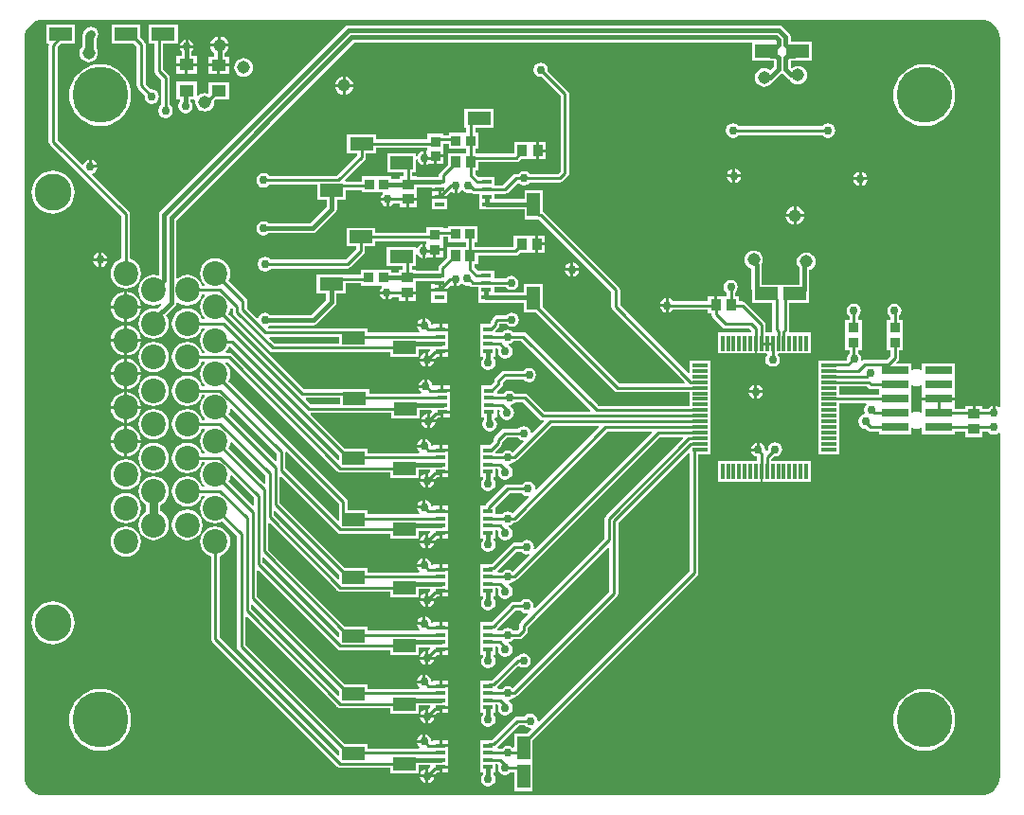
<source format=gtl>
%FSTAX23Y23*%
%MOIN*%
%SFA1B1*%

%IPPOS*%
%ADD12C,0.010000*%
%ADD15R,0.035430X0.039370*%
%ADD16R,0.080710X0.045280*%
%ADD17R,0.051180X0.043310*%
%ADD18R,0.039370X0.035430*%
%ADD19R,0.037400X0.033470*%
%ADD20R,0.011810X0.053150*%
%ADD21R,0.053150X0.011810*%
%ADD22R,0.035000X0.016540*%
%ADD23R,0.033470X0.037400*%
%ADD24R,0.045280X0.080710*%
%ADD41R,0.094490X0.029920*%
%ADD42C,0.030000*%
%ADD43C,0.015000*%
%ADD44C,0.086610*%
%ADD45C,0.129920*%
%ADD46C,0.196850*%
%ADD47C,0.030000*%
%ADD48C,0.045000*%
%LNsg_can_board-1*%
%LPD*%
G36*
X03412Y02764D02*
X03425Y02761D01*
X03436Y02755*
X03446Y02746*
X03455Y02736*
X03461Y02725*
X03464Y02712*
X03466Y027*
X03466Y027*
Y01402*
X03461Y014*
X03454Y01404*
X0345Y01405*
Y0138*
X0344*
Y01405*
X03435Y01404*
X03426Y01398*
X03425Y01396*
X03404*
Y01405*
X03379*
Y01377*
X03369*
Y01405*
X03344*
Y01395*
X03307*
Y01404*
Y01405*
Y01425*
X0325*
X03192*
Y01405*
Y01404*
Y01383*
X03191Y01382*
X03187Y01381*
X0318Y01383*
X03173Y01384*
X03165Y01383*
X03158Y01381*
X03155Y01382*
X03153Y01383*
Y01404*
Y01405*
Y01454*
Y01455*
Y01476*
X03155Y01477*
X03158Y01478*
X03165Y01476*
X03173Y01475*
X0318Y01476*
X03187Y01478*
X03191Y01477*
X03192Y01476*
Y01455*
Y01454*
Y01435*
X0325*
X03307*
Y01454*
Y01455*
Y01504*
Y01505*
Y01554*
X03192*
Y01533*
X03191Y01532*
X03187Y01531*
X0318Y01533*
X03173Y01534*
X03165Y01533*
X03158Y01531*
X03155Y01532*
X03153Y01533*
Y01554*
X03103*
X03101Y01559*
X03107Y01564*
X0311Y01569*
X03111Y01575*
Y01602*
X03125*
Y01653*
Y01707*
X03111*
Y01722*
X03112Y01722*
X03118Y01731*
X0312Y0174*
X03118Y0175*
X03112Y01758*
X03104Y01764*
X03094Y01766*
X03084Y01764*
X03076Y01758*
X03071Y0175*
X03069Y0174*
X03071Y01731*
X03076Y01722*
X03081Y01719*
Y01707*
X03067*
Y01653*
Y01602*
X03081*
Y01582*
X03067Y01568*
X02991*
X02985Y01567*
X02982Y01565*
X02978Y01568*
X02978Y0157*
X02976Y0158*
X02971Y01588*
X02966Y01591*
Y01602*
X0298*
Y01653*
Y01707*
X02966*
Y0172*
X02969Y01722*
X02975Y01731*
X02977Y0174*
X02975Y0175*
X02969Y01758*
X02961Y01764*
X02951Y01766*
X02941Y01764*
X02933Y01758*
X02927Y0175*
X02926Y0174*
X02927Y01731*
X02933Y01722*
X02936Y0172*
Y01707*
X02922*
Y01653*
Y01602*
X02936*
Y01589*
X02935Y01588*
X02929Y0158*
X02927Y0157*
X02927Y01569*
X02924Y01565*
X0288*
X02874Y01564*
X02874Y01564*
X02826*
Y01532*
Y01512*
Y01473*
Y01433*
Y01394*
Y01355*
Y01315*
Y01276*
Y01236*
X02899*
Y01256*
Y01295*
Y01335*
Y01374*
Y01414*
X02995*
X02997Y01409*
X02995Y01408*
X0299Y014*
X02988Y0139*
X0299Y0138*
X0299Y0138*
X02988Y01374*
X02983Y01374*
X02975Y01368*
X02969Y0136*
X02967Y0135*
X02969Y0134*
X02975Y01332*
X02983Y01326*
X02993Y01324*
X02995Y01325*
X03001Y01319*
X03006Y01315*
X03011Y01314*
X03039*
Y01305*
X03153*
Y01326*
X03155Y01327*
X03158Y01328*
X03165Y01326*
X03173Y01325*
X0318Y01326*
X03187Y01328*
X03191Y01327*
X03192Y01326*
Y01305*
X03307*
Y01314*
X03344*
Y01296*
X03404*
Y01314*
X03425*
X03426Y01311*
X03435Y01306*
X03445Y01304*
X03454Y01306*
X03461Y0131*
X03466Y01308*
Y001*
X03466Y00099*
X03464Y00087*
X03461Y00074*
X03455Y00063*
X03446Y00053*
X03436Y00044*
X03425Y00038*
X03412Y00035*
X034Y00033*
X034Y00033*
X001*
X00099Y00033*
X00087Y00035*
X00074Y00038*
X00063Y00044*
X00053Y00053*
X00044Y00063*
X00038Y00074*
X00035Y00087*
X00033Y00099*
X00033Y001*
Y027*
X00033Y027*
X00035Y02712*
X00038Y02725*
X00044Y02736*
X00053Y02746*
X00063Y02755*
X00074Y02761*
X00087Y02764*
X00099Y02766*
X001Y02766*
X034*
X034Y02766*
X03412Y02764*
G37*
G36*
X03002Y01469D02*
X03007Y01465D01*
X03013Y01464*
X03039*
Y01455*
Y01454*
Y01445*
X02899*
Y01473*
X02998*
X03002Y01469*
G37*
%LNsg_can_board-2*%
%LPC*%
G36*
X00725Y02707D02*
Y0268D01*
X00752*
X00751Y02683*
X00748Y02691*
X00743Y02698*
X00736Y02703*
X00728Y02706*
X00725Y02707*
G37*
G36*
X00715D02*
X00711Y02706D01*
X00703Y02703*
X00696Y02698*
X00691Y02691*
X00688Y02683*
X00687Y0268*
X00715*
Y02707*
G37*
G36*
X00609Y02695D02*
Y02675D01*
X00628*
X00627Y0268*
X00622Y02688*
X00614Y02694*
X00609Y02695*
G37*
G36*
X00599D02*
X00594Y02694D01*
X00586Y02688*
X0058Y0268*
X00579Y02675*
X00599*
Y02695*
G37*
G36*
X00268Y0274D02*
X00258Y02738D01*
X0025Y02733*
X00244Y02727*
X00239Y02719*
X00237Y02709*
Y02672*
X00236Y02672*
X00231Y02665*
X00228Y02657*
X00227Y02649*
X00228Y0264*
X00231Y02632*
X00236Y02626*
X00243Y0262*
X00251Y02617*
X0026Y02616*
X00268Y02617*
X00276Y0262*
X00283Y02626*
X00288Y02632*
X00291Y0264*
X00292Y02649*
X00291Y02657*
X00288Y02665*
X00288Y02665*
Y027*
X00291Y02705*
X00293Y02715*
X00291Y02724*
X00286Y02733*
X00277Y02738*
X00268Y0274*
G37*
G36*
X00628Y02665D02*
X00579D01*
X0058Y0266*
X00586Y02652*
X00586Y02652*
Y02638*
X00567*
Y02612*
X00603*
X00639*
Y02638*
X00622*
Y02652*
X00622Y02652*
X00627Y0266*
X00628Y02665*
G37*
G36*
X00752Y0267D02*
X00687D01*
X00688Y02666*
X00691Y02658*
X00696Y02651*
X00702Y02647*
Y02636*
X00681*
Y0261*
X00717*
X00753*
Y02636*
X00737*
Y02647*
X00743Y02651*
X00748Y02658*
X00751Y02666*
X00752Y0267*
G37*
G36*
X01175Y02746D02*
X01168Y02744D01*
X01162Y0274*
X00512Y0209*
X00508Y02084*
X00506Y02077*
Y01867*
X00503Y01865*
X00501Y01865*
X00488Y01867*
X00474Y01865*
X00461Y01859*
X0045Y01851*
X00441Y0184*
X00436Y01827*
X00434Y01813*
X00436Y01799*
X00441Y01786*
X0045Y01775*
X00461Y01766*
X00474Y01761*
X00488Y01759*
X00502Y01761*
X00515Y01766*
X00518Y01762*
X00502Y01747*
X00502Y01747*
X00488Y01749*
X00474Y01747*
X00461Y01741*
X0045Y01733*
X00441Y01722*
X00436Y01709*
X00434Y01695*
X00436Y01681*
X00441Y01668*
X0045Y01657*
X00461Y01648*
X00474Y01643*
X00488Y01641*
X00502Y01643*
X00515Y01648*
X00526Y01657*
X00534Y01668*
X0054Y01681*
X00542Y01695*
X0054Y01709*
X00534Y01722*
X00531Y01726*
X00562Y01756*
X00566Y01762*
X00567Y01769*
Y01769*
X00572Y01772*
X00579Y01766*
X00592Y01761*
X00606Y01759*
X0062Y01761*
X00633Y01766*
X00644Y01775*
X00653Y01786*
X00657Y01798*
X00666*
X00668Y01793*
X00666Y01792*
X00658Y01781*
X00653Y01768*
X00651Y01754*
X00653Y0174*
X00658Y01727*
X00666Y01716*
X00668Y01715*
X00666Y0171*
X00657*
X00653Y01722*
X00644Y01733*
X00633Y01741*
X0062Y01747*
X00606Y01749*
X00592Y01747*
X00579Y01741*
X00568Y01733*
X00559Y01722*
X00554Y01709*
X00552Y01695*
X00554Y01681*
X00559Y01668*
X00568Y01657*
X00579Y01648*
X00592Y01643*
X00606Y01641*
X0062Y01643*
X00633Y01648*
X00644Y01657*
X00653Y01668*
X00657Y01679*
X00666*
X00668Y01675*
X00666Y01674*
X00658Y01663*
X00653Y0165*
X00651Y01636*
X00653Y01622*
X00658Y01609*
X00666Y01598*
X00668Y01597*
X00666Y01592*
X00657*
X00653Y01604*
X00644Y01615*
X00633Y01623*
X0062Y01629*
X00606Y0163*
X00592Y01629*
X00579Y01623*
X00568Y01615*
X00559Y01604*
X00554Y01591*
X00552Y01577*
X00554Y01563*
X00559Y0155*
X00568Y01539*
X00579Y0153*
X00592Y01525*
X00606Y01523*
X0062Y01525*
X00633Y0153*
X00644Y01539*
X00653Y0155*
X00657Y01561*
X00666*
X00668Y01557*
X00666Y01556*
X00658Y01544*
X00653Y01532*
X00651Y01518*
X00653Y01504*
X00658Y01491*
X00666Y0148*
X00668Y01479*
X00666Y01474*
X00657*
X00653Y01485*
X00644Y01497*
X00633Y01505*
X0062Y0151*
X00606Y01512*
X00592Y0151*
X00579Y01505*
X00568Y01497*
X00559Y01485*
X00554Y01472*
X00552Y01459*
X00554Y01445*
X00559Y01432*
X00568Y01421*
X00579Y01412*
X00592Y01407*
X00606Y01405*
X0062Y01407*
X00633Y01412*
X00644Y01421*
X00653Y01432*
X00657Y01443*
X00666*
X00668Y01439*
X00666Y01438*
X00658Y01426*
X00653Y01413*
X00651Y014*
X00653Y01386*
X00658Y01373*
X00666Y01361*
X00668Y0136*
X00666Y01356*
X00657*
X00653Y01367*
X00644Y01378*
X00633Y01387*
X0062Y01392*
X00606Y01394*
X00592Y01392*
X00579Y01387*
X00568Y01378*
X00559Y01367*
X00554Y01354*
X00552Y0134*
X00554Y01327*
X00559Y01314*
X00568Y01302*
X00579Y01294*
X00592Y01289*
X00606Y01287*
X0062Y01289*
X00633Y01294*
X00644Y01302*
X00653Y01314*
X00657Y01325*
X00666*
X00668Y0132*
X00666Y01319*
X00658Y01308*
X00653Y01295*
X00651Y01281*
X00653Y01267*
X00658Y01255*
X00666Y01243*
X00668Y01242*
X00666Y01238*
X00657*
X00653Y01249*
X00644Y0126*
X00633Y01269*
X0062Y01274*
X00606Y01276*
X00592Y01274*
X00579Y01269*
X00568Y0126*
X00559Y01249*
X00554Y01236*
X00552Y01222*
X00554Y01208*
X00559Y01195*
X00568Y01184*
X00579Y01176*
X00592Y0117*
X00606Y01169*
X0062Y0117*
X00633Y01176*
X00644Y01184*
X00653Y01195*
X00657Y01207*
X00666*
X00668Y01202*
X00666Y01201*
X00658Y0119*
X00653Y01177*
X00651Y01163*
X00653Y01149*
X00658Y01136*
X00666Y01125*
X00668Y01124*
X00666Y0112*
X00657*
X00653Y01131*
X00644Y01142*
X00633Y01151*
X0062Y01156*
X00606Y01158*
X00592Y01156*
X00579Y01151*
X00568Y01142*
X00559Y01131*
X00554Y01118*
X00552Y01104*
X00554Y0109*
X00559Y01077*
X00568Y01066*
X00579Y01058*
X00592Y01052*
X00606Y0105*
X0062Y01052*
X00633Y01058*
X00644Y01066*
X00653Y01077*
X00657Y01089*
X00666*
X00668Y01084*
X00666Y01083*
X00658Y01072*
X00653Y01059*
X00651Y01045*
X00653Y01031*
X00658Y01018*
X00666Y01007*
X00678Y00999*
X00691Y00993*
X00704Y00991*
X00718Y00993*
X0073Y00998*
X00781Y00947*
Y00558*
X00782Y00552*
X00785Y00547*
X0114Y00192*
Y00178*
X01136Y00176*
X0072Y00592*
Y00876*
X00731Y0088*
X00742Y00889*
X00751Y009*
X00756Y00913*
X00758Y00927*
X00756Y00941*
X00751Y00954*
X00742Y00965*
X00731Y00974*
X00718Y00979*
X00704Y00981*
X00691Y00979*
X00678Y00974*
X00666Y00965*
X00658Y00954*
X00653Y00941*
X00651Y00927*
X00653Y00913*
X00658Y009*
X00666Y00889*
X00678Y0088*
X00689Y00876*
Y00586*
X0069Y0058*
X00694Y00575*
X01134Y00135*
X01139Y00131*
X01145Y0013*
X01319*
Y00112*
X0142*
Y0014*
X01459*
X01461Y00135*
X01455Y00129*
Y00107*
X01476*
X01483Y00114*
X01493*
Y00133*
X01498*
Y00138*
X01525*
Y0014*
Y00166*
Y00191*
Y00204*
X01498*
Y00209*
X01493*
Y00228*
X0147*
Y00225*
X01465*
X01463Y00234*
X01458Y00242*
X01449Y00247*
X01445Y00248*
Y00224*
X0144*
Y00219*
X01415*
X01416Y00214*
X01421Y00206*
X01424Y00204*
X01422Y00199*
X01241*
Y00214*
X01162*
X00811Y00564*
Y00661*
X00816Y00663*
X01134Y00345*
X01139Y00341*
X01145Y0034*
X01319*
Y00322*
X0142*
Y0035*
X01459*
X01461Y00345*
X01455Y00339*
Y00317*
X01476*
X01483Y00324*
X01493*
Y00343*
X01498*
Y00348*
X01525*
Y0035*
Y00376*
Y00401*
Y00414*
X01498*
Y00419*
X01493*
Y00438*
X0147*
Y00435*
X01465*
X01463Y00444*
X01458Y00452*
X01449Y00457*
X01445Y00458*
Y00434*
X0144*
Y00429*
X01415*
X01416Y00424*
X01421Y00416*
X01424Y00414*
X01422Y00409*
X01241*
Y00424*
X01162*
X00851Y00734*
Y00826*
X00856Y00828*
X01134Y0055*
X01139Y00546*
X01145Y00545*
X01319*
Y00527*
X0142*
Y00555*
X01459*
X01461Y0055*
X01455Y00544*
Y00522*
X01476*
X01483Y00529*
X01493*
Y00548*
X01498*
Y00553*
X01525*
Y00555*
Y00581*
Y00606*
Y00619*
X01498*
Y00624*
X01493*
Y00643*
X0147*
Y0064*
X01465*
X01463Y00649*
X01458Y00657*
X01449Y00662*
X01445Y00663*
Y00639*
X0144*
Y00634*
X01415*
X01416Y00629*
X01421Y00621*
X01424Y00619*
X01422Y00614*
X01241*
Y00629*
X01162*
X00891Y00899*
Y00991*
X00896Y00993*
X01134Y00755*
X01139Y00751*
X01145Y0075*
X01319*
Y00732*
X0142*
Y0076*
X01459*
X01461Y00755*
X01455Y00749*
Y00727*
X01476*
X01483Y00734*
X01493*
Y00753*
X01498*
Y00758*
X01525*
Y0076*
Y00786*
Y00811*
Y00824*
X01498*
Y00829*
X01493*
Y00848*
X0147*
Y00845*
X01465*
X01463Y00854*
X01458Y00862*
X01449Y00867*
X01445Y00868*
Y00844*
X0144*
Y00839*
X01415*
X01416Y00834*
X01421Y00826*
X01424Y00824*
X01422Y00819*
X01241*
Y00834*
X01162*
X00931Y01064*
Y01156*
X00936Y01158*
X01134Y0096*
X01139Y00956*
X01145Y00955*
X01319*
Y00937*
X0142*
Y00965*
X01459*
X01461Y0096*
X01455Y00954*
Y00932*
X01476*
X01483Y00939*
X01493*
Y00958*
X01498*
Y00963*
X01525*
Y00965*
Y00991*
Y01016*
Y01029*
X01498*
Y01034*
X01493*
Y01053*
X0147*
Y0105*
X01465*
X01463Y01059*
X01458Y01067*
X01449Y01072*
X01445Y01073*
Y01049*
X0144*
Y01044*
X01415*
X01416Y01039*
X01421Y01031*
X01424Y01029*
X01422Y01024*
X01241*
Y01039*
X0117*
Y01067*
X01169Y01073*
X01166Y01078*
X00752Y01492*
X00756Y01504*
X00758Y01518*
X00756Y01532*
X00751Y01544*
X00742Y01556*
X00742Y01556*
X00744Y01561*
X00747Y01561*
X01134Y01175*
X01139Y01171*
X01145Y0117*
X01319*
Y01152*
X0142*
Y0118*
X01459*
X01461Y01175*
X01455Y01169*
Y01147*
X01476*
X01483Y01154*
X01493*
Y01173*
X01498*
Y01178*
X01525*
Y0118*
Y01206*
Y01231*
Y01244*
X01498*
Y01249*
X01493*
Y01268*
X0147*
Y01265*
X01465*
X01463Y01274*
X01458Y01282*
X01449Y01287*
X01445Y01288*
Y01264*
X0144*
Y01259*
X01415*
X01416Y01254*
X01421Y01246*
X01424Y01244*
X01422Y01239*
X01241*
Y01254*
X01162*
X0104Y01376*
X01042Y0138*
X01324*
Y01362*
X01425*
Y0139*
X01464*
X01466Y01385*
X0146Y01379*
Y01357*
X01481*
X01488Y01364*
X01498*
Y01383*
X01503*
Y01388*
X0153*
Y0139*
Y01416*
Y01441*
Y01454*
X01503*
Y01459*
X01498*
Y01478*
X01475*
Y01475*
X0147*
X01468Y01484*
X01463Y01492*
X01454Y01497*
X0145Y01498*
Y01474*
X01445*
Y01469*
X0142*
X01421Y01464*
X01426Y01456*
X01429Y01454*
X01427Y01449*
X01246*
Y01464*
X01179*
X01178Y01464*
X01016*
X00752Y01728*
X00756Y0174*
X00758Y01749*
X00763Y01751*
X00767Y01747*
Y01734*
X00768Y01728*
X00771Y01723*
X00895Y016*
X009Y01596*
X00906Y01595*
X01319*
Y01577*
X0142*
Y01605*
X01459*
X01461Y016*
X01455Y01594*
Y01572*
X01476*
X01483Y01579*
X01493*
Y01598*
X01498*
Y01603*
X01525*
Y01605*
Y01631*
Y01656*
Y01669*
X01498*
Y01674*
X01493*
Y01693*
X0147*
Y0169*
X01465*
X01463Y01699*
X01458Y01707*
X01449Y01712*
X01445Y01713*
Y01689*
X0144*
Y01684*
X01415*
X01416Y01679*
X01421Y01671*
X01424Y01669*
X01422Y01664*
X01241*
Y01679*
X01174*
X01173Y01679*
X00893*
X00892Y0168*
X00894Y01687*
X00898Y01689*
X00898Y01689*
X01049*
X01056Y01691*
X01062Y01695*
X01125Y01758*
X01129Y01764*
X01131Y01771*
Y01802*
X01163*
Y01837*
X01218*
Y01828*
X01291*
X01292Y01823*
X0129Y01822*
X01285Y01814*
X01284Y01809*
X01308*
Y01804*
X01313*
Y0178*
X01318Y0178*
X01326Y01786*
X01328Y01789*
X01351*
Y01776*
X01375*
Y01804*
X0138*
Y01809*
X0141*
Y01829*
Y01846*
X01465*
Y01843*
X01493*
Y01833*
X01465*
Y0182*
Y01818*
X01493*
X0152*
Y01819*
X01533Y01832*
X0154Y01828*
X01545Y01827*
Y01851*
X01555*
Y01827*
X0156Y01828*
X01568Y01833*
X01569Y01835*
X01573*
X01581Y0183*
X01591Y01828*
X01598Y01829*
X016Y01828*
X01605Y01824*
X01611Y01823*
X01631*
Y01795*
Y01769*
X01686*
Y01769*
X0179*
Y01734*
X01834*
X0211Y01458*
X02115Y01455*
X0212Y01454*
X02374*
Y01405*
X02053*
X01799Y0166*
X01794Y01663*
X01788Y01664*
X01754*
X01752Y01667*
X01744Y01672*
X01734Y01674*
X01724Y01672*
X01716Y01667*
X01714Y01664*
X01691*
Y01671*
X01701Y01681*
X01704Y01686*
X01705Y01692*
Y01694*
X01729*
X0173Y01691*
X01739Y01685*
X01748Y01683*
X01758Y01685*
X01767Y01691*
X01772Y01699*
X01774Y01709*
X01772Y01719*
X01767Y01727*
X01758Y01732*
X01748Y01734*
X01739Y01732*
X0173Y01727*
X01729Y01724*
X01698*
X01692Y01723*
X01687Y0172*
X01679Y01712*
X01676Y01707*
X01675Y01701*
Y01698*
X01669Y01693*
X01636*
Y01656*
Y01631*
Y01605*
Y01579*
X01646*
Y01572*
X01641Y01566*
X0164Y01557*
X01641Y01547*
X01647Y01539*
X01655Y01533*
X01665Y01531*
X01675Y01533*
X01683Y01539*
X01689Y01547*
X01691Y01557*
X01689Y01566*
X01683Y01574*
X01683Y01576*
X01685Y01579*
X01691*
Y01608*
X01697*
X01701Y01603*
X017Y01597*
X01701Y01587*
X01707Y01579*
X01715Y01573*
X01725Y01571*
X01735Y01573*
X01743Y01579*
X01749Y01587*
X01751Y01597*
X01749Y01606*
X01743Y01615*
X01737Y01619*
X01738Y01624*
X01744Y01625*
X01752Y01631*
X01754Y01634*
X01781*
X02025Y0139*
X02023Y01386*
X01862*
X01804Y01445*
X01799Y01448*
X01793Y01449*
X01759*
X01757Y01452*
X01749Y01457*
X01739Y01459*
X01729Y01457*
X01721Y01452*
X01719Y01449*
X01696*
Y01456*
X01713Y01473*
X01716Y01478*
X01717Y01484*
Y01487*
X01729Y01499*
X01789*
X01791Y01496*
X01799Y0149*
X01809Y01488*
X01819Y0149*
X01827Y01496*
X01832Y01504*
X01834Y01514*
X01832Y01524*
X01827Y01532*
X01819Y01538*
X01809Y01539*
X01799Y01538*
X01791Y01532*
X01789Y01529*
X01723*
X01717Y01528*
X01712Y01525*
X01691Y01504*
X01688Y01499*
X01687Y01493*
Y0149*
X01674Y01478*
X01641*
Y01441*
Y01416*
Y0139*
Y01364*
X01651*
Y01357*
X01646Y01351*
X01645Y01342*
X01646Y01332*
X01652Y01324*
X0166Y01318*
X0167Y01316*
X0168Y01318*
X01688Y01324*
X01694Y01332*
X01696Y01342*
X01694Y01351*
X01688Y01359*
X01688Y01361*
X0169Y01364*
X01696*
Y01393*
X01702*
X01706Y01388*
X01705Y01382*
X01706Y01372*
X01712Y01364*
X0172Y01358*
X0173Y01356*
X0174Y01358*
X01748Y01364*
X01754Y01372*
X01756Y01382*
X01754Y01391*
X01748Y014*
X01742Y01404*
X01743Y01409*
X01749Y0141*
X01757Y01416*
X01759Y01419*
X01786*
X01845Y0136*
X0185Y01356*
X01856Y01355*
X01859*
X01861Y01351*
X0182Y01309*
X01815Y01311*
X01813Y01319*
X01808Y01327*
X01799Y01332*
X0179Y01334*
X0178Y01332*
X01771Y01327*
X0177Y01324*
X01723*
X01717Y01323*
X01712Y0132*
X01688Y01296*
X01685Y01291*
X01684Y01285*
Y01282*
X01669Y01268*
X01636*
Y01231*
Y01206*
Y0118*
Y01154*
X01646*
Y01147*
X01641Y01141*
X0164Y01132*
X01641Y01122*
X01647Y01114*
X01655Y01108*
X01665Y01106*
X01675Y01108*
X01683Y01114*
X01689Y01122*
X01691Y01132*
X01689Y01141*
X01683Y01149*
X01683Y01151*
X01685Y01154*
X01691*
Y01183*
X01697*
X01701Y01178*
X017Y01172*
X01701Y01162*
X01707Y01154*
X01715Y01148*
X01725Y01146*
X01735Y01148*
X01743Y01154*
X01749Y01162*
X01751Y01172*
X01749Y01181*
X01743Y0119*
X01737Y01194*
X01738Y01199*
X01744Y012*
X01752Y01206*
X01754Y01209*
X01756*
X01762Y0121*
X01767Y01213*
X01889Y01335*
X02054*
X02056Y01331*
X01835Y0111*
X01831Y01112*
X01831Y01113*
X01829Y01123*
X01823Y01131*
X01815Y01137*
X01805Y01138*
X01795Y01137*
X01787Y01131*
X01785Y01128*
X01733*
X01727Y01127*
X01722Y01124*
X01656Y01057*
X01653Y01053*
X01636*
Y01016*
Y00991*
Y00965*
Y00939*
X01646*
Y00932*
X01641Y00926*
X0164Y00917*
X01641Y00907*
X01647Y00899*
X01655Y00893*
X01665Y00891*
X01675Y00893*
X01683Y00899*
X01689Y00907*
X01691Y00917*
X01689Y00926*
X01683Y00934*
X01683Y00936*
X01685Y00939*
X01691*
Y00968*
X01697*
X01701Y00963*
X017Y00957*
X01701Y00947*
X01707Y00939*
X01715Y00933*
X01725Y00931*
X01735Y00933*
X01743Y00939*
X01749Y00947*
X01751Y00957*
X01749Y00966*
X01743Y00975*
X01737Y00979*
X01738Y00984*
X01744Y00985*
X01752Y00991*
X01754Y00994*
X01756*
X01762Y00995*
X01767Y00998*
X02084Y01316*
X0224*
X02242Y01311*
X0183Y00899*
X01825Y00902*
X01826Y00908*
X01824Y00917*
X01819Y00926*
X01811Y00931*
X01801Y00933*
X01791Y00931*
X01783Y00926*
X01781Y00923*
X01758*
X01752Y00922*
X01747Y00918*
X01677Y00848*
X01667*
X01665Y00848*
X01636*
Y00811*
Y00786*
Y0076*
Y00734*
X01646*
Y00727*
X01641Y00721*
X0164Y00712*
X01641Y00702*
X01647Y00694*
X01655Y00688*
X01665Y00686*
X01675Y00688*
X01683Y00694*
X01689Y00702*
X01691Y00712*
X01689Y00721*
X01683Y00729*
X01683Y00731*
X01685Y00734*
X01691*
Y00763*
X01697*
X01701Y00758*
X017Y00752*
X01701Y00742*
X01707Y00734*
X01715Y00728*
X01725Y00726*
X01735Y00728*
X01743Y00734*
X01749Y00742*
X01751Y00752*
X01749Y00761*
X01743Y0077*
X01737Y00774*
X01738Y00779*
X01744Y0078*
X01752Y00786*
X01754Y00789*
X01756*
X01762Y0079*
X01767Y00793*
X0227Y01296*
X02349*
X02351Y01291*
X02079Y01019*
X02076Y01014*
X02074Y01008*
Y00939*
X01829Y00694*
X01824Y00696*
X01825Y007*
X01823Y00709*
X01818Y00718*
X01809Y00723*
X018Y00725*
X0179Y00723*
X01781Y00718*
X0178Y00715*
X01755*
X01749Y00714*
X01744Y0071*
X01677Y00643*
X01667*
X01665Y00643*
X01636*
Y00606*
Y00581*
Y00555*
Y00529*
X01646*
Y00522*
X01641Y00516*
X0164Y00507*
X01641Y00497*
X01647Y00489*
X01655Y00483*
X01665Y00481*
X01675Y00483*
X01683Y00489*
X01689Y00497*
X01691Y00507*
X01689Y00516*
X01683Y00524*
X01683Y00526*
X01685Y00529*
X01691*
Y00558*
X01697*
X01701Y00553*
X017Y00547*
X01701Y00537*
X01707Y00529*
X01715Y00523*
X01725Y00521*
X01735Y00523*
X01743Y00529*
X01749Y00537*
X01751Y00547*
X01749Y00556*
X01743Y00565*
X01737Y00569*
X01738Y00574*
X01744Y00575*
X01752Y00581*
X01754Y00584*
X01774*
X0178Y00585*
X01785Y00588*
X018Y00603*
X01804Y00608*
X01805Y00614*
Y00626*
X02088Y00909*
X02092Y00907*
Y00752*
X01752Y00412*
X01752*
X01744Y00417*
X01734Y00419*
X01724Y00417*
X01716Y00412*
X01714Y00409*
X01699*
X01696Y00414*
X01772Y0049*
X0178Y00485*
X0179Y00483*
X01799Y00485*
X01808Y0049*
X01813Y00499*
X01815Y00508*
X01813Y00518*
X01808Y00526*
X01799Y00532*
X0179Y00534*
X0178Y00532*
X01771Y00526*
X0177Y00524*
X01769*
X01763Y00522*
X01758Y00519*
X01677Y00438*
X01667*
X01665Y00438*
X01636*
Y00401*
Y00376*
Y0035*
Y00324*
X01646*
Y00317*
X01641Y00311*
X0164Y00302*
X01641Y00292*
X01647Y00284*
X01655Y00278*
X01665Y00276*
X01675Y00278*
X01683Y00284*
X01689Y00292*
X01691Y00302*
X01689Y00311*
X01683Y00319*
X01683Y00321*
X01685Y00324*
X01691*
Y00353*
X01697*
X01701Y00348*
X017Y00342*
X01701Y00332*
X01707Y00324*
X01715Y00318*
X01725Y00316*
X01735Y00318*
X01743Y00324*
X01749Y00332*
X01751Y00342*
X01749Y00351*
X01743Y0036*
X01737Y00364*
X01738Y00369*
X01744Y0037*
X01752Y00376*
X01754Y00379*
X01756*
X01762Y0038*
X01767Y00383*
X02119Y00735*
X02122Y0074*
X02123Y00746*
Y00995*
X02369Y0124*
X02373Y01238*
Y00823*
X01843Y00293*
X01838Y00295*
X01839Y00296*
X01837Y00306*
X01831Y00314*
X01823Y0032*
X01813Y00322*
X01803Y0032*
X01795Y00314*
X01793Y00312*
X01767*
X01761Y0031*
X01756Y00307*
X01677Y00228*
X01667*
X01665Y00228*
X01636*
Y00191*
Y00166*
Y0014*
Y00114*
X01646*
Y00107*
X01641Y00101*
X0164Y00092*
X01641Y00082*
X01647Y00074*
X01655Y00068*
X01665Y00066*
X01675Y00068*
X01683Y00074*
X01689Y00082*
X01691Y00092*
X01689Y00101*
X01683Y00109*
X01683Y00111*
X01685Y00114*
X01691*
Y00143*
X01697*
X01701Y00138*
X017Y00132*
X01701Y00122*
X01707Y00114*
X01715Y00108*
X01725Y00106*
X01735Y00108*
X01743Y00114*
X01745Y00116*
X01757*
Y00049*
X01822*
Y00149*
Y00229*
X02399Y00806*
X02403Y00811*
X02404Y00817*
Y01236*
X02447*
Y01256*
Y01295*
Y01335*
Y01374*
Y01414*
Y01453*
Y01492*
Y01532*
Y01564*
X02374*
Y01522*
X02369Y0152*
X02129Y0176*
Y01813*
X02128Y01819*
X02125Y01824*
X0186Y02088*
X01858Y0209*
Y02163*
X01793*
Y02133*
X01688*
Y02152*
X01723*
X01729Y02153*
X01734Y02156*
X01767Y02189*
X01773Y02189*
X01781Y02183*
X01791Y02181*
X01801Y02183*
X01809Y02189*
X01811Y02191*
X01916*
X01922Y02193*
X01927Y02196*
X01945Y02215*
X01949Y02219*
X0195Y02225*
Y02503*
X01949Y02509*
X01945Y02514*
X01874Y02585*
X01875Y02588*
X01873Y02598*
X01867Y02607*
X01859Y02612*
X01849Y02614*
X0184Y02612*
X01831Y02607*
X01826Y02598*
X01824Y02588*
X01826Y02579*
X01831Y0257*
X0184Y02565*
X01849Y02563*
X01853Y02564*
X01919Y02497*
Y02232*
X0191Y02222*
X01811*
X01809Y02225*
X01801Y0223*
X01791Y02232*
X01781Y0223*
X01773Y02225*
X01771Y02222*
X01763*
X01757Y02221*
X01752Y02218*
X01717Y02182*
X01688*
Y02211*
X01633*
X01628Y02211*
X0162Y0222*
Y02234*
X01632*
Y02264*
X01763*
X01769Y02265*
X01774Y02268*
X01779Y02273*
X01834*
Y02303*
Y02333*
X01758*
Y02295*
X01757Y02294*
X01619*
Y0231*
X0163*
Y02368*
X01619*
Y02384*
X01683*
Y0245*
X01582*
Y02384*
X01588*
Y02368*
X01526*
Y02359*
X01508*
Y02363*
X01451*
Y02343*
X01269*
Y02361*
X01168*
Y02295*
X01203*
Y02286*
X01132Y02215*
X00894*
X00893Y02218*
X00884Y02223*
X00875Y02225*
X00865Y02223*
X00856Y02218*
X00851Y02209*
X00849Y022*
X00851Y0219*
X00856Y02181*
X00865Y02176*
X00875Y02174*
X00884Y02176*
X00893Y02181*
X00894Y02184*
X01065*
Y0213*
X01097*
Y02107*
X01039Y02048*
X00893*
X00893Y02049*
X00884Y02054*
X00875Y02056*
X00865Y02054*
X00856Y02049*
X00851Y0204*
X00849Y02031*
X00851Y02021*
X00856Y02013*
X00865Y02007*
X00875Y02005*
X00884Y02007*
X00893Y02013*
X00893Y02013*
X01046*
X01053Y02014*
X01059Y02018*
X01128Y02087*
X01132Y02092*
X01133Y02099*
Y0213*
X01165*
Y02164*
X01221*
Y02157*
X01293*
X01295Y02152*
X01293Y02151*
X01287Y02142*
X01286Y02138*
X01311*
Y02133*
X01316*
Y02108*
X0132Y02109*
X01329Y02115*
X0133Y02117*
X01353*
Y02105*
X01378*
Y02133*
X01383*
Y02138*
X01413*
Y02158*
Y02175*
X01467*
Y02172*
X01495*
Y02162*
X01467*
Y02149*
Y02146*
X01495*
X01522*
Y02147*
X01536Y02161*
X01543Y02156*
X01547Y02155*
Y0218*
X01557*
Y02155*
X01562Y02156*
X0157Y02162*
X01572Y02164*
X01575*
X01583Y02158*
X01593Y02156*
X01601Y02158*
X01602Y02156*
X01607Y02153*
X01613Y02152*
X01633*
Y02123*
Y02097*
X01688*
Y02098*
X01793*
Y02062*
X01842*
X01843Y02062*
X02098Y01807*
Y01754*
X021Y01748*
X02103Y01743*
X02357Y01489*
X02355Y01484*
X02127*
X01856Y01755*
Y01834*
X0179*
Y01805*
X01686*
Y01823*
X01727*
X01728Y0182*
X01737Y01815*
X01746Y01813*
X01756Y01815*
X01764Y0182*
X0177Y01829*
X01772Y01838*
X0177Y01848*
X01764Y01856*
X01756Y01862*
X01746Y01864*
X01737Y01862*
X01728Y01856*
X01727Y01854*
X01686*
Y01882*
X01631*
X01626Y01883*
X01617Y01891*
Y01906*
X0163*
Y01935*
X01761*
X01767Y01936*
X01771Y01939*
X01777Y01945*
X01831*
Y01975*
Y02004*
X01755*
Y01966*
X01754Y01966*
X01616*
Y01982*
X01628*
Y02039*
X01523*
Y0203*
X01506*
Y02034*
X01448*
Y02015*
X01267*
Y02032*
X01166*
Y01967*
X01201*
Y01958*
X01163Y0192*
X00899*
X00898Y01923*
X00889Y01928*
X0088Y0193*
X0087Y01928*
X00861Y01923*
X00856Y01914*
X00854Y01905*
X00856Y01895*
X00861Y01886*
X0087Y01881*
X0088Y01879*
X00889Y01881*
X00898Y01886*
X00899Y01889*
X0117*
X01175Y0189*
X0118Y01894*
X01227Y0194*
X0123Y01945*
X01232Y01951*
Y01967*
X01267*
Y01984*
X01448*
Y01978*
X01444Y01975*
X01443Y01975*
Y0195*
Y01926*
X01448Y01927*
X01452Y01929*
X01472*
Y01956*
X01477*
Y01961*
X01506*
Y01981*
Y02*
X01523*
Y01982*
X01586*
Y01965*
X01521*
Y01928*
X01494Y01901*
X01491Y01896*
X0149Y0189*
Y01882*
X01465*
Y01882*
X0141*
Y01885*
X01396*
Y01899*
X01409*
Y01944*
X01414Y01944*
X01415Y01941*
X0142Y01932*
X01429Y01927*
X01433Y01926*
Y0195*
Y01975*
X01429Y01974*
X0142Y01968*
X01415Y0196*
X01414Y01956*
X01409Y01957*
Y01964*
X01308*
Y01899*
X01365*
Y01885*
X01351*
Y01875*
X01323*
Y01886*
X01218*
Y01867*
X01133*
X01132Y01867*
X01062*
Y01802*
X01095*
Y01778*
X01042Y01725*
X00898*
X00898Y01725*
X00889Y01731*
X0088Y01733*
X0087Y01731*
X00861Y01725*
X00856Y01717*
X00856Y01716*
X00851Y01715*
X00817Y01749*
Y01775*
X00816Y0178*
X00813Y01785*
X00752Y01846*
X00756Y01858*
X00758Y01872*
X00756Y01886*
X00751Y01899*
X00742Y0191*
X00731Y01919*
X00718Y01924*
X00704Y01926*
X00691Y01924*
X00678Y01919*
X00666Y0191*
X00658Y01899*
X00653Y01886*
X00651Y01872*
X00653Y01858*
X00658Y01845*
X00666Y01834*
X00668Y01833*
X00666Y01828*
X00657*
X00653Y0184*
X00644Y01851*
X00633Y01859*
X0062Y01865*
X00606Y01867*
X00592Y01865*
X00579Y01859*
X00572Y01854*
X00567Y01856*
Y02059*
X01193Y02685*
X02594*
Y02621*
X02658*
X02659Y02621*
X02669*
Y02599*
X02657Y02587*
X02653Y0259*
X02645Y02593*
X02637Y02594*
X02628Y02593*
X0262Y0259*
X02613Y02585*
X02608Y02578*
X02605Y0257*
X02604Y02561*
X02605Y02553*
X02608Y02545*
X02613Y02538*
X0262Y02533*
X02628Y0253*
X02637Y02529*
X02645Y0253*
X02653Y02533*
X0266Y02538*
X02665Y02545*
X02665Y02546*
X02669Y02549*
X02698Y02577*
X02699Y02577*
X0272Y02557*
X02725Y02553*
X02726Y02553*
X02731Y02546*
X02738Y02541*
X02746Y02538*
X02755Y02537*
X02763Y02538*
X02771Y02541*
X02778Y02546*
X02783Y02553*
X02786Y02561*
X02787Y0257*
X02786Y02578*
X02783Y02586*
X02778Y02593*
X02771Y02598*
X02763Y02601*
X02755Y02602*
X02746Y02601*
X02738Y02598*
X02733Y02594*
X0273Y02597*
Y02621*
X02739*
X02741Y02621*
X02805*
Y02687*
X02741*
X02739Y02687*
X0273*
Y02704*
X02728Y02711*
X02724Y02717*
X02701Y0274*
X02695Y02744*
X02688Y02746*
X01175*
G37*
G36*
X00639Y02602D02*
X00608D01*
Y02575*
X00639*
Y02602*
G37*
G36*
X00598D02*
X00567D01*
Y02575*
X00598*
Y02602*
G37*
G36*
X00753Y026D02*
X00722D01*
Y02573*
X00753*
Y026*
G37*
G36*
X00712D02*
X00681D01*
Y02573*
X00712*
Y026*
G37*
G36*
X00805Y0263D02*
X00796Y02629D01*
X00788Y02625*
X00781Y0262*
X00776Y02613*
X00773Y02605*
X00772Y02597*
X00773Y02588*
X00776Y02581*
X00781Y02574*
X00788Y02569*
X00796Y02565*
X00805Y02564*
X00813Y02565*
X00821Y02569*
X00828Y02574*
X00833Y02581*
X00836Y02588*
X00837Y02597*
X00836Y02605*
X00833Y02613*
X00828Y0262*
X00821Y02625*
X00813Y02629*
X00805Y0263*
G37*
G36*
X01163Y02565D02*
Y02538D01*
X0119*
X0119Y02541*
X01186Y02549*
X01181Y02556*
X01174Y02561*
X01166Y02565*
X01163Y02565*
G37*
G36*
X01153D02*
X0115Y02565D01*
X01142Y02561*
X01135Y02556*
X0113Y02549*
X01126Y02541*
X01126Y02538*
X01153*
Y02565*
G37*
G36*
X0119Y02528D02*
X01163D01*
Y02501*
X01166Y02501*
X01174Y02505*
X01181Y0251*
X01186Y02517*
X0119Y02524*
X0119Y02528*
G37*
G36*
X01153D02*
X01126D01*
X01126Y02524*
X0113Y02517*
X01135Y0251*
X01142Y02505*
X0115Y02501*
X01153Y02501*
Y02528*
G37*
G36*
X0044Y02747D02*
X00339D01*
Y02682*
X00418*
X00428Y02672*
Y02533*
X00429Y02527*
X00433Y02522*
X00457Y02498*
X00456Y02495*
X00458Y02485*
X00464Y02476*
X00472Y02471*
X00482Y02469*
X00492Y02471*
X005Y02476*
X00505Y02485*
X00507Y02495*
X00505Y02504*
X005Y02513*
X00492Y02518*
X00482Y0252*
X00479Y02519*
X00459Y02539*
Y02678*
X00458Y02684*
X00454Y02689*
X0044Y02703*
Y02747*
G37*
G36*
X00639Y02548D02*
X00567D01*
Y02485*
X00582*
Y0248*
X00582Y02479*
X00576Y02471*
X00574Y02461*
X00576Y02452*
X00582Y02443*
X0059Y02438*
X006Y02436*
X0061Y02438*
X00618Y02443*
X00623Y02452*
X00625Y02461*
X00623Y02471*
X00618Y02479*
X00618Y0248*
Y02485*
X00631*
X00635Y0248*
X00635Y02475*
X00636Y02466*
X00639Y02458*
X00644Y02451*
X00651Y02446*
X00659Y02443*
X00667Y02442*
X00676Y02443*
X00684Y02446*
X00691Y02451*
X00696Y02458*
X00699Y02466*
X007Y02475*
X007Y02479*
X00703Y02483*
X00753*
Y02546*
X00681*
Y02509*
X00676Y02506*
X00676Y02506*
X00667Y02507*
X00659Y02506*
X00651Y02503*
X00644Y02498*
X00644Y02497*
X00639Y02499*
Y02548*
G37*
G36*
X00573Y02747D02*
X00472D01*
Y02682*
X0049*
Y02585*
X00491Y0258*
X00495Y02575*
X00514Y02555*
Y02464*
X00511Y02463*
X00506Y02454*
X00504Y02445*
X00506Y02435*
X00511Y02426*
X0052Y02421*
X0053Y02419*
X00539Y02421*
X00548Y02426*
X00553Y02435*
X00555Y02445*
X00553Y02454*
X00548Y02463*
X00545Y02464*
Y02561*
X00544Y02567*
X0054Y02572*
X00521Y02592*
Y02682*
X00573*
Y02747*
G37*
G36*
X032Y02608D02*
X03182Y02607D01*
X03166Y02603*
X0315Y02596*
X03136Y02587*
X03123Y02576*
X03112Y02563*
X03103Y02549*
X03096Y02533*
X03092Y02517*
X03091Y025*
X03092Y02482*
X03096Y02466*
X03103Y0245*
X03112Y02436*
X03123Y02423*
X03136Y02412*
X0315Y02403*
X03166Y02396*
X03182Y02392*
X032Y02391*
X03217Y02392*
X03233Y02396*
X03249Y02403*
X03263Y02412*
X03276Y02423*
X03287Y02436*
X03296Y0245*
X03303Y02466*
X03307Y02482*
X03308Y025*
X03307Y02517*
X03303Y02533*
X03296Y02549*
X03287Y02563*
X03276Y02576*
X03263Y02587*
X03249Y02596*
X03233Y02603*
X03217Y02607*
X032Y02608*
G37*
G36*
X003D02*
X00282Y02607D01*
X00266Y02603*
X0025Y02596*
X00236Y02587*
X00223Y02576*
X00212Y02563*
X00203Y02549*
X00196Y02533*
X00192Y02517*
X00191Y025*
X00192Y02482*
X00196Y02466*
X00203Y0245*
X00212Y02436*
X00223Y02423*
X00236Y02412*
X0025Y02403*
X00266Y02396*
X00282Y02392*
X003Y02391*
X00317Y02392*
X00333Y02396*
X00349Y02403*
X00363Y02412*
X00376Y02423*
X00387Y02436*
X00396Y0245*
X00403Y02466*
X00407Y02482*
X00408Y025*
X00407Y02517*
X00403Y02533*
X00396Y02549*
X00387Y02563*
X00376Y02576*
X00363Y02587*
X00349Y02596*
X00333Y02603*
X00317Y02607*
X003Y02608*
G37*
G36*
X02861Y024D02*
X02851Y02398D01*
X02843Y02393*
X02841Y0239*
X02546*
X02544Y02393*
X02536Y02398*
X02526Y024*
X02516Y02398*
X02508Y02393*
X02503Y02384*
X02501Y02375*
X02503Y02365*
X02508Y02357*
X02516Y02351*
X02526Y02349*
X02536Y02351*
X02544Y02357*
X02546Y02359*
X02841*
X02843Y02357*
X02851Y02351*
X02861Y02349*
X02871Y02351*
X02879Y02357*
X02885Y02365*
X02887Y02375*
X02885Y02384*
X02879Y02393*
X02871Y02398*
X02861Y024*
G37*
G36*
X01866Y02333D02*
X01844D01*
Y02308*
X01866*
Y02333*
G37*
G36*
Y02298D02*
X01844D01*
Y02273*
X01866*
Y02298*
G37*
G36*
X0027Y02272D02*
Y02253D01*
X00289*
X00288Y02257*
X00283Y02266*
X00274Y02271*
X0027Y02272*
G37*
G36*
X02535Y0224D02*
Y0222D01*
X02554*
X02553Y02225*
X02548Y02233*
X02539Y02239*
X02535Y0224*
G37*
G36*
X02525D02*
X0252Y02239D01*
X02511Y02233*
X02506Y02225*
X02505Y0222*
X02525*
Y0224*
G37*
G36*
X0298Y02229D02*
Y0221D01*
X02999*
X02998Y02214*
X02993Y02223*
X02984Y02228*
X0298Y02229*
G37*
G36*
X0297D02*
X02965Y02228D01*
X02956Y02223*
X02951Y02214*
X0295Y0221*
X0297*
Y02229*
G37*
G36*
X02554Y0221D02*
X02535D01*
Y02191*
X02539Y02192*
X02548Y02197*
X02553Y02205*
X02554Y0221*
G37*
G36*
X02525D02*
X02505D01*
X02506Y02205*
X02511Y02197*
X0252Y02192*
X02525Y02191*
Y0221*
G37*
G36*
X02999Y022D02*
X0298D01*
Y0218*
X02984Y02181*
X02993Y02186*
X02998Y02195*
X02999Y022*
G37*
G36*
X0297D02*
X0295D01*
X02951Y02195*
X02956Y02186*
X02965Y02181*
X0297Y0218*
Y022*
G37*
G36*
X01306Y02128D02*
X01286D01*
X01287Y02123*
X01293Y02115*
X01301Y02109*
X01306Y02108*
Y02128*
G37*
G36*
X01413D02*
X01388D01*
Y02105*
X01413*
Y02128*
G37*
G36*
X01522Y02136D02*
X01495D01*
X01467*
Y02123*
Y02097*
X01522*
Y02136*
G37*
G36*
X00134Y02233D02*
X00119Y02231D01*
X00105Y02227*
X00092Y0222*
X0008Y02211*
X00071Y02199*
X00064Y02186*
X0006Y02172*
X00058Y02157*
X0006Y02143*
X00064Y02129*
X00071Y02116*
X0008Y02104*
X00092Y02095*
X00105Y02088*
X00119Y02084*
X00134Y02082*
X00148Y02084*
X00162Y02088*
X00175Y02095*
X00187Y02104*
X00196Y02116*
X00203Y02129*
X00207Y02143*
X00209Y02157*
X00207Y02172*
X00203Y02186*
X00196Y02199*
X00187Y02211*
X00175Y0222*
X00162Y02227*
X00148Y02231*
X00134Y02233*
G37*
G36*
X02749Y02108D02*
Y02081D01*
X02776*
X02776Y02084*
X02773Y02092*
X02767Y02099*
X02761Y02104*
X02753Y02107*
X02749Y02108*
G37*
G36*
X02739D02*
X02736Y02107D01*
X02728Y02104*
X02721Y02099*
X02716Y02092*
X02713Y02084*
X02712Y02081*
X02739*
Y02108*
G37*
G36*
X02776Y02071D02*
X02749D01*
Y02044*
X02753Y02044*
X02761Y02047*
X02767Y02053*
X02773Y02059*
X02776Y02067*
X02776Y02071*
G37*
G36*
X02739D02*
X02712D01*
X02713Y02067*
X02716Y02059*
X02721Y02053*
X02728Y02047*
X02736Y02044*
X02739Y02044*
Y02071*
G37*
G36*
X01864Y02004D02*
X01841D01*
Y0198*
X01864*
Y02004*
G37*
G36*
Y0197D02*
X01841D01*
Y01945*
X01864*
Y0197*
G37*
G36*
X01506Y01951D02*
X01482D01*
Y01929*
X01506*
Y01951*
G37*
G36*
X00305Y01944D02*
Y01925D01*
X00324*
X00323Y01929*
X00318Y01938*
X00309Y01943*
X00305Y01944*
G37*
G36*
X00295D02*
X0029Y01943D01*
X00281Y01938*
X00276Y01929*
X00275Y01925*
X00295*
Y01944*
G37*
G36*
X00324Y01915D02*
X00305D01*
Y01895*
X00309Y01896*
X00318Y01901*
X00323Y0191*
X00324Y01915*
G37*
G36*
X00295D02*
X00275D01*
X00276Y0191*
X00281Y01901*
X0029Y01896*
X00295Y01895*
Y01915*
G37*
G36*
X01965Y0191D02*
Y01891D01*
X01984*
X01983Y01895*
X01978Y01904*
X01969Y01909*
X01965Y0191*
G37*
G36*
X01955D02*
X0195Y01909D01*
X01941Y01904*
X01936Y01895*
X01935Y01891*
X01955*
Y0191*
G37*
G36*
X01984Y01881D02*
X01965D01*
Y01861*
X01969Y01862*
X01978Y01868*
X01983Y01876*
X01984Y01881*
G37*
G36*
X01955D02*
X01935D01*
X01936Y01876*
X01941Y01868*
X0195Y01862*
X01955Y01861*
Y01881*
G37*
G36*
X0021Y02747D02*
X00109D01*
Y02682*
X00114*
X00119Y02677*
X00118Y02676*
Y02336*
X00119Y0233*
X00123Y02325*
X00374Y02074*
Y01923*
X00363Y01919*
X00351Y0191*
X00343Y01899*
X00338Y01886*
X00336Y01872*
X00338Y01858*
X00343Y01845*
X00351Y01834*
X00363Y01825*
X00376Y0182*
X0039Y01818*
X00403Y0182*
X00416Y01825*
X00428Y01834*
X00436Y01845*
X00441Y01858*
X00443Y01872*
X00441Y01886*
X00436Y01899*
X00428Y0191*
X00416Y01919*
X00405Y01923*
Y0208*
X00404Y02086*
X004Y02091*
X00272Y02219*
X00274Y02224*
X00274Y02224*
X00283Y02229*
X00288Y02238*
X00289Y02243*
X00265*
Y02248*
X0026*
Y02272*
X00255Y02271*
X00246Y02266*
X00241Y02257*
X00241Y02257*
X00236Y02255*
X00149Y02342*
Y02669*
X00161Y02682*
X0021*
Y02747*
G37*
G36*
X01303Y01799D02*
X01284D01*
X01285Y01794*
X0129Y01786*
X01298Y0178*
X01303Y0178*
Y01799*
G37*
G36*
X0141D02*
X01385D01*
Y01776*
X0141*
Y01799*
G37*
G36*
X0152Y01808D02*
X01493D01*
X01465*
Y01795*
Y01769*
X0152*
Y01808*
G37*
G36*
X0229Y01784D02*
X02285Y01783D01*
X02276Y01777*
X02271Y01769*
X0227Y01764*
X0229*
Y01784*
G37*
G36*
X00395Y01807D02*
Y01759D01*
X00443*
X00441Y01768*
X00436Y01781*
X00428Y01792*
X00416Y018*
X00403Y01806*
X00395Y01807*
G37*
G36*
X00385D02*
X00376Y01806D01*
X00363Y018*
X00351Y01792*
X00343Y01781*
X00338Y01768*
X00336Y01759*
X00385*
Y01807*
G37*
G36*
X0229Y01754D02*
X0227D01*
X02271Y0175*
X02276Y01741*
X02285Y01736*
X0229Y01735*
Y01754*
G37*
G36*
X00385Y01749D02*
X00336D01*
X00338Y0174*
X00343Y01727*
X00351Y01716*
X00363Y01707*
X00376Y01702*
X00385Y01701*
Y01749*
G37*
G36*
X00443D02*
X00395D01*
Y01701*
X00403Y01702*
X00416Y01707*
X00428Y01716*
X00436Y01727*
X00441Y0174*
X00443Y01749*
G37*
G36*
X01435Y01713D02*
X0143Y01712D01*
X01421Y01707*
X01416Y01699*
X01415Y01694*
X01435*
Y01713*
G37*
G36*
X01525Y01693D02*
X01503D01*
Y01679*
X01525*
Y01693*
G37*
G36*
X026Y01952D02*
X02591Y01951D01*
X02583Y01948*
X02576Y01943*
X02571Y01936*
X02568Y01928*
X02567Y0192*
X02568Y01911*
X02571Y01903*
X02576Y01896*
X02583Y01891*
X02591Y01888*
X02592Y01888*
Y01815*
X02593Y01813*
Y01767*
X02663*
Y01675*
X02664Y01669*
X02665Y01668*
X02663Y01663*
X02642*
Y0169*
X02641Y01696*
X02637Y01701*
X0257Y01769*
X02565Y01772*
X02559Y01773*
X02546*
Y0179*
X02534*
Y01804*
X02537Y01805*
X02542Y01814*
X02544Y01823*
X02542Y01833*
X02537Y01841*
X02528Y01847*
X02519Y01849*
X02509Y01847*
X02501Y01841*
X02495Y01833*
X02493Y01823*
X02495Y01814*
X02501Y01805*
X02503Y01804*
Y0179*
X02471*
Y0176*
X02461*
Y0179*
X02438*
Y01775*
X02314*
X02313Y01777*
X02304Y01783*
X023Y01784*
Y01759*
Y01735*
X02304Y01736*
X02313Y01741*
X02314Y01744*
X02438*
Y0173*
X0245*
Y01728*
X02451Y01723*
X02455Y01718*
X0249Y01682*
X02495Y01679*
X02501Y01678*
X02585*
X02592Y01671*
Y01663*
X02473*
Y0159*
X02603*
Y01626*
X02611*
Y0159*
X02645*
X02645Y0159*
X02647Y01585*
X02642Y01578*
X02641Y01568*
X02642Y01559*
X02648Y0155*
X02656Y01545*
X02666Y01543*
X02676Y01545*
X02684Y0155*
X0269Y01559*
X02692Y01568*
X0269Y01578*
X02685Y01585*
X02687Y0159*
X02687Y0159*
X028*
Y01663*
X02727*
X02724Y01668*
X02725Y01672*
Y01767*
X02795*
Y01813*
X02795Y01815*
Y01815*
Y01883*
X02801Y01885*
X02807Y0189*
X02813Y01897*
X02816Y01905*
X02817Y01913*
X02816Y01922*
X02813Y0193*
X02807Y01936*
X02801Y01942*
X02793Y01945*
X02784Y01946*
X02776Y01945*
X02768Y01942*
X02761Y01936*
X02756Y0193*
X02752Y01922*
X02751Y01913*
X02752Y01905*
X02756Y01897*
X0276Y01892*
Y01832*
X02694*
X02694*
X02628*
Y01901*
X02628Y01903*
X02628Y01903*
X02631Y01911*
X02632Y0192*
X02631Y01928*
X02628Y01936*
X02623Y01943*
X02616Y01948*
X02608Y01951*
X026Y01952*
G37*
G36*
X00395Y01689D02*
Y01641D01*
X00443*
X00441Y0165*
X00436Y01663*
X00428Y01674*
X00416Y01682*
X00403Y01688*
X00395Y01689*
G37*
G36*
X00385D02*
X00376Y01688D01*
X00363Y01682*
X00351Y01674*
X00343Y01663*
X00338Y0165*
X00336Y01641*
X00385*
Y01689*
G37*
G36*
X00443Y01631D02*
X00395D01*
Y01583*
X00403Y01584*
X00416Y01589*
X00428Y01598*
X00436Y01609*
X00441Y01622*
X00443Y01631*
G37*
G36*
X00385D02*
X00336D01*
X00338Y01622*
X00343Y01609*
X00351Y01598*
X00363Y01589*
X00376Y01584*
X00385Y01583*
Y01631*
G37*
G36*
X01525Y01593D02*
X01503D01*
Y01579*
X01525*
Y01593*
G37*
G36*
X01445Y01592D02*
X0144Y01591D01*
X01431Y01585*
X01426Y01577*
X01425Y01572*
X01445*
Y01592*
G37*
G36*
X01474Y01562D02*
X01455D01*
Y01543*
X01459Y01544*
X01468Y01549*
X01473Y01557*
X01474Y01562*
G37*
G36*
X01445D02*
X01425D01*
X01426Y01557*
X01431Y01549*
X0144Y01544*
X01445Y01543*
Y01562*
G37*
G36*
X00488Y0163D02*
X00474Y01629D01*
X00461Y01623*
X0045Y01615*
X00441Y01604*
X00436Y01591*
X00434Y01577*
X00436Y01563*
X00441Y0155*
X0045Y01539*
X00461Y0153*
X00474Y01525*
X00488Y01523*
X00502Y01525*
X00515Y0153*
X00526Y01539*
X00534Y0155*
X0054Y01563*
X00542Y01577*
X0054Y01591*
X00534Y01604*
X00526Y01615*
X00515Y01623*
X00502Y01629*
X00488Y0163*
G37*
G36*
X00395Y01571D02*
Y01523D01*
X00443*
X00441Y01532*
X00436Y01544*
X00428Y01556*
X00416Y01564*
X00403Y0157*
X00395Y01571*
G37*
G36*
X00385D02*
X00376Y0157D01*
X00363Y01564*
X00351Y01556*
X00343Y01544*
X00338Y01532*
X00336Y01523*
X00385*
Y01571*
G37*
G36*
X0144Y01498D02*
X01435Y01497D01*
X01426Y01492*
X01421Y01484*
X0142Y01479*
X0144*
Y01498*
G37*
G36*
X00385Y01513D02*
X00336D01*
X00338Y01504*
X00343Y01491*
X00351Y0148*
X00363Y01471*
X00376Y01466*
X00385Y01465*
Y01513*
G37*
G36*
X00443D02*
X00395D01*
Y01465*
X00403Y01466*
X00416Y01471*
X00428Y0148*
X00436Y01491*
X00441Y01504*
X00443Y01513*
G37*
G36*
X0153Y01478D02*
X01508D01*
Y01464*
X0153*
Y01478*
G37*
G36*
X02612Y01479D02*
Y0146D01*
X02631*
X02631Y01465*
X02625Y01473*
X02617Y01478*
X02612Y01479*
G37*
G36*
X02602D02*
X02597Y01478D01*
X02589Y01473*
X02583Y01465*
X02582Y0146*
X02602*
Y01479*
G37*
G36*
X02631Y0145D02*
X02612D01*
Y0143*
X02617Y01431*
X02625Y01437*
X02631Y01445*
X02631Y0145*
G37*
G36*
X02602D02*
X02582D01*
X02583Y01445*
X02589Y01437*
X02597Y01431*
X02602Y0143*
Y0145*
G37*
G36*
X00488Y01512D02*
X00474Y0151D01*
X00461Y01505*
X0045Y01497*
X00441Y01485*
X00436Y01472*
X00434Y01459*
X00436Y01445*
X00441Y01432*
X0045Y01421*
X00461Y01412*
X00474Y01407*
X00488Y01405*
X00502Y01407*
X00515Y01412*
X00526Y01421*
X00534Y01432*
X0054Y01445*
X00542Y01459*
X0054Y01472*
X00534Y01485*
X00526Y01497*
X00515Y01505*
X00502Y0151*
X00488Y01512*
G37*
G36*
X00395Y01453D02*
Y01405D01*
X00443*
X00441Y01413*
X00436Y01426*
X00428Y01438*
X00416Y01446*
X00403Y01451*
X00395Y01453*
G37*
G36*
X00385D02*
X00376Y01451D01*
X00363Y01446*
X00351Y01438*
X00343Y01426*
X00338Y01413*
X00336Y01405*
X00385*
Y01453*
G37*
G36*
X0153Y01378D02*
X01508D01*
Y01364*
X0153*
Y01378*
G37*
G36*
X0145Y01377D02*
X01445Y01376D01*
X01436Y0137*
X01431Y01362*
X0143Y01357*
X0145*
Y01377*
G37*
G36*
X00443Y01395D02*
X00395D01*
Y01346*
X00403Y01348*
X00416Y01353*
X00428Y01361*
X00436Y01373*
X00441Y01386*
X00443Y01395*
G37*
G36*
X00385D02*
X00336D01*
X00338Y01386*
X00343Y01373*
X00351Y01361*
X00363Y01353*
X00376Y01348*
X00385Y01346*
Y01395*
G37*
G36*
X01479Y01347D02*
X0146D01*
Y01328*
X01464Y01329*
X01473Y01334*
X01478Y01342*
X01479Y01347*
G37*
G36*
X0145D02*
X0143D01*
X01431Y01342*
X01436Y01334*
X01445Y01329*
X0145Y01328*
Y01347*
G37*
G36*
X00488Y01394D02*
X00474Y01392D01*
X00461Y01387*
X0045Y01378*
X00441Y01367*
X00436Y01354*
X00434Y0134*
X00436Y01327*
X00441Y01314*
X0045Y01302*
X00461Y01294*
X00474Y01289*
X00488Y01287*
X00502Y01289*
X00515Y01294*
X00526Y01302*
X00534Y01314*
X0054Y01327*
X00542Y0134*
X0054Y01354*
X00534Y01367*
X00526Y01378*
X00515Y01387*
X00502Y01392*
X00488Y01394*
G37*
G36*
X00395Y01335D02*
Y01286D01*
X00443*
X00441Y01295*
X00436Y01308*
X00428Y01319*
X00416Y01328*
X00403Y01333*
X00395Y01335*
G37*
G36*
X00385D02*
X00376Y01333D01*
X00363Y01328*
X00351Y01319*
X00343Y01308*
X00338Y01295*
X00336Y01286*
X00385*
Y01335*
G37*
G36*
X01435Y01288D02*
X0143Y01287D01*
X01421Y01282*
X01416Y01274*
X01415Y01269*
X01435*
Y01288*
G37*
G36*
X0261Y01276D02*
X02605Y01275D01*
X02597Y01269*
X02591Y01261*
X0259Y01256*
X0261*
Y01276*
G37*
G36*
X01525Y01268D02*
X01503D01*
Y01254*
X01525*
Y01268*
G37*
G36*
X02675Y01278D02*
X02665Y01276D01*
X02656Y0127*
X02651Y01262*
X02649Y01252*
X0265Y01249*
X02648Y01248*
X02642Y01248*
X0264Y01251*
X0264Y01251*
X02638Y01261*
X02633Y01269*
X02624Y01275*
X0262Y01276*
Y01251*
X02615*
Y01246*
X0259*
X02591Y01242*
X02597Y01233*
X02605Y01228*
X02611Y01227*
Y0121*
X02473*
Y01137*
X02623*
Y01174*
X0263*
Y01137*
X028*
Y0121*
X02662*
Y01218*
X02671Y01227*
X02675Y01227*
X02684Y01229*
X02693Y01234*
X02698Y01243*
X027Y01252*
X02698Y01262*
X02693Y0127*
X02684Y01276*
X02675Y01278*
G37*
G36*
X00443Y01276D02*
X00395D01*
Y01228*
X00403Y01229*
X00416Y01235*
X00428Y01243*
X00436Y01255*
X00441Y01267*
X00443Y01276*
G37*
G36*
X00385D02*
X00336D01*
X00338Y01267*
X00343Y01255*
X00351Y01243*
X00363Y01235*
X00376Y01229*
X00385Y01228*
Y01276*
G37*
G36*
X00488Y01276D02*
X00474Y01274D01*
X00461Y01269*
X0045Y0126*
X00441Y01249*
X00436Y01236*
X00434Y01222*
X00436Y01208*
X00441Y01195*
X0045Y01184*
X00461Y01176*
X00474Y0117*
X00488Y01169*
X00502Y0117*
X00515Y01176*
X00526Y01184*
X00534Y01195*
X0054Y01208*
X00542Y01222*
X0054Y01236*
X00534Y01249*
X00526Y0126*
X00515Y01269*
X00502Y01274*
X00488Y01276*
G37*
G36*
X01525Y01168D02*
X01503D01*
Y01154*
X01525*
Y01168*
G37*
G36*
X01445Y01167D02*
X0144Y01166D01*
X01431Y0116*
X01426Y01152*
X01425Y01147*
X01445*
Y01167*
G37*
G36*
X01474Y01137D02*
X01455D01*
Y01118*
X01459Y01119*
X01468Y01124*
X01473Y01132*
X01474Y01137*
G37*
G36*
X01445D02*
X01425D01*
X01426Y01132*
X01431Y01124*
X0144Y01119*
X01445Y01118*
Y01137*
G37*
G36*
X0039Y01217D02*
X00376Y01215D01*
X00363Y0121*
X00351Y01201*
X00343Y0119*
X00338Y01177*
X00336Y01163*
X00338Y01149*
X00343Y01136*
X00351Y01125*
X00363Y01117*
X00376Y01111*
X0039Y0111*
X00403Y01111*
X00416Y01117*
X00428Y01125*
X00436Y01136*
X00441Y01149*
X00443Y01163*
X00441Y01177*
X00436Y0119*
X00428Y01201*
X00416Y0121*
X00403Y01215*
X0039Y01217*
G37*
G36*
X01435Y01073D02*
X0143Y01072D01*
X01421Y01067*
X01416Y01059*
X01415Y01054*
X01435*
Y01073*
G37*
G36*
X01525Y01053D02*
X01503D01*
Y01039*
X01525*
Y01053*
G37*
G36*
X0039Y01099D02*
X00376Y01097D01*
X00363Y01092*
X00351Y01083*
X00343Y01072*
X00338Y01059*
X00336Y01045*
X00338Y01031*
X00343Y01018*
X00351Y01007*
X00363Y00999*
X00376Y00993*
X0039Y00991*
X00403Y00993*
X00416Y00999*
X00428Y01007*
X00436Y01018*
X00441Y01031*
X00443Y01045*
X00441Y01059*
X00436Y01072*
X00428Y01083*
X00416Y01092*
X00403Y01097*
X0039Y01099*
G37*
G36*
X01525Y00953D02*
X01503D01*
Y00939*
X01525*
Y00953*
G37*
G36*
X00606Y0104D02*
X00592Y01038D01*
X00579Y01033*
X00568Y01024*
X00559Y01013*
X00554Y01*
X00552Y00986*
X00554Y00972*
X00559Y00959*
X00568Y00948*
X00579Y0094*
X00592Y00934*
X00606Y00932*
X0062Y00934*
X00633Y0094*
X00644Y00948*
X00653Y00959*
X00658Y00972*
X0066Y00986*
X00658Y01*
X00653Y01013*
X00644Y01024*
X00633Y01033*
X0062Y01038*
X00606Y0104*
G37*
G36*
X00488Y01158D02*
X00474Y01156D01*
X00461Y01151*
X0045Y01142*
X00441Y01131*
X00436Y01118*
X00434Y01104*
X00436Y0109*
X00441Y01077*
X0045Y01066*
X00461Y01058*
Y01032*
X0045Y01024*
X00441Y01013*
X00436Y01*
X00434Y00986*
X00436Y00972*
X00441Y00959*
X0045Y00948*
X00461Y0094*
X00474Y00934*
X00488Y00932*
X00502Y00934*
X00515Y0094*
X00526Y00948*
X00534Y00959*
X0054Y00972*
X00542Y00986*
X0054Y01*
X00534Y01013*
X00526Y01024*
X00515Y01033*
X00512Y01034*
Y01056*
X00515Y01058*
X00526Y01066*
X00534Y01077*
X0054Y0109*
X00542Y01104*
X0054Y01118*
X00534Y01131*
X00526Y01142*
X00515Y01151*
X00502Y01156*
X00488Y01158*
G37*
G36*
X01445Y00952D02*
X0144Y00951D01*
X01431Y00945*
X01426Y00937*
X01425Y00932*
X01445*
Y00952*
G37*
G36*
X01474Y00922D02*
X01455D01*
Y00903*
X01459Y00904*
X01468Y00909*
X01473Y00917*
X01474Y00922*
G37*
G36*
X01445D02*
X01425D01*
X01426Y00917*
X01431Y00909*
X0144Y00904*
X01445Y00903*
Y00922*
G37*
G36*
X0039Y00981D02*
X00376Y00979D01*
X00363Y00974*
X00351Y00965*
X00343Y00954*
X00338Y00941*
X00336Y00927*
X00338Y00913*
X00343Y009*
X00351Y00889*
X00363Y0088*
X00376Y00875*
X0039Y00873*
X00403Y00875*
X00416Y0088*
X00428Y00889*
X00436Y009*
X00441Y00913*
X00443Y00927*
X00441Y00941*
X00436Y00954*
X00428Y00965*
X00416Y00974*
X00403Y00979*
X0039Y00981*
G37*
G36*
X01435Y00868D02*
X0143Y00867D01*
X01421Y00862*
X01416Y00854*
X01415Y00849*
X01435*
Y00868*
G37*
G36*
X01525Y00848D02*
X01503D01*
Y00834*
X01525*
Y00848*
G37*
G36*
Y00748D02*
X01503D01*
Y00734*
X01525*
Y00748*
G37*
G36*
X01445Y00747D02*
X0144Y00746D01*
X01431Y0074*
X01426Y00732*
X01425Y00727*
X01445*
Y00747*
G37*
G36*
X01474Y00717D02*
X01455D01*
Y00698*
X01459Y00699*
X01468Y00704*
X01473Y00712*
X01474Y00717*
G37*
G36*
X01445D02*
X01425D01*
X01426Y00712*
X01431Y00704*
X0144Y00699*
X01445Y00698*
Y00717*
G37*
G36*
X01435Y00663D02*
X0143Y00662D01*
X01421Y00657*
X01416Y00649*
X01415Y00644*
X01435*
Y00663*
G37*
G36*
X01525Y00643D02*
X01503D01*
Y00629*
X01525*
Y00643*
G37*
G36*
X00134Y00717D02*
X00119Y00716D01*
X00105Y00711*
X00092Y00704*
X0008Y00695*
X00071Y00683*
X00064Y0067*
X0006Y00656*
X00058Y00642*
X0006Y00627*
X00064Y00613*
X00071Y006*
X0008Y00588*
X00092Y00579*
X00105Y00572*
X00119Y00568*
X00134Y00566*
X00148Y00568*
X00162Y00572*
X00175Y00579*
X00187Y00588*
X00196Y006*
X00203Y00613*
X00207Y00627*
X00209Y00642*
X00207Y00656*
X00203Y0067*
X00196Y00683*
X00187Y00695*
X00175Y00704*
X00162Y00711*
X00148Y00716*
X00134Y00717*
G37*
G36*
X01525Y00543D02*
X01503D01*
Y00529*
X01525*
Y00543*
G37*
G36*
X01445Y00542D02*
X0144Y00541D01*
X01431Y00535*
X01426Y00527*
X01425Y00522*
X01445*
Y00542*
G37*
G36*
X01474Y00512D02*
X01455D01*
Y00493*
X01459Y00494*
X01468Y00499*
X01473Y00507*
X01474Y00512*
G37*
G36*
X01445D02*
X01425D01*
X01426Y00507*
X01431Y00499*
X0144Y00494*
X01445Y00493*
Y00512*
G37*
G36*
X01435Y00458D02*
X0143Y00457D01*
X01421Y00452*
X01416Y00444*
X01415Y00439*
X01435*
Y00458*
G37*
G36*
X01525Y00438D02*
X01503D01*
Y00424*
X01525*
Y00438*
G37*
G36*
Y00338D02*
X01503D01*
Y00324*
X01525*
Y00338*
G37*
G36*
X01445Y00337D02*
X0144Y00336D01*
X01431Y0033*
X01426Y00322*
X01425Y00317*
X01445*
Y00337*
G37*
G36*
X01474Y00307D02*
X01455D01*
Y00288*
X01459Y00289*
X01468Y00294*
X01473Y00302*
X01474Y00307*
G37*
G36*
X01445D02*
X01425D01*
X01426Y00302*
X01431Y00294*
X0144Y00289*
X01445Y00288*
Y00307*
G37*
G36*
X01435Y00248D02*
X0143Y00247D01*
X01421Y00242*
X01416Y00234*
X01415Y00229*
X01435*
Y00248*
G37*
G36*
X01525Y00228D02*
X01503D01*
Y00214*
X01525*
Y00228*
G37*
G36*
X032Y00408D02*
X03182Y00407D01*
X03166Y00403*
X0315Y00396*
X03136Y00387*
X03123Y00376*
X03112Y00363*
X03103Y00349*
X03096Y00333*
X03092Y00317*
X03091Y003*
X03092Y00282*
X03096Y00266*
X03103Y0025*
X03112Y00236*
X03123Y00223*
X03136Y00212*
X0315Y00203*
X03166Y00196*
X03182Y00192*
X032Y00191*
X03217Y00192*
X03233Y00196*
X03249Y00203*
X03263Y00212*
X03276Y00223*
X03287Y00236*
X03296Y0025*
X03303Y00266*
X03307Y00282*
X03308Y003*
X03307Y00317*
X03303Y00333*
X03296Y00349*
X03287Y00363*
X03276Y00376*
X03263Y00387*
X03249Y00396*
X03233Y00403*
X03217Y00407*
X032Y00408*
G37*
G36*
X003D02*
X00282Y00407D01*
X00266Y00403*
X0025Y00396*
X00236Y00387*
X00223Y00376*
X00212Y00363*
X00203Y00349*
X00196Y00333*
X00192Y00317*
X00191Y003*
X00192Y00282*
X00196Y00266*
X00203Y0025*
X00212Y00236*
X00223Y00223*
X00236Y00212*
X0025Y00203*
X00266Y00196*
X00282Y00192*
X003Y00191*
X00317Y00192*
X00333Y00196*
X00349Y00203*
X00363Y00212*
X00376Y00223*
X00387Y00236*
X00396Y0025*
X00403Y00266*
X00407Y00282*
X00408Y003*
X00407Y00317*
X00403Y00333*
X00396Y00349*
X00387Y00363*
X00376Y00376*
X00363Y00387*
X00349Y00396*
X00333Y00403*
X00317Y00407*
X003Y00408*
G37*
G36*
X01525Y00128D02*
X01503D01*
Y00114*
X01525*
Y00128*
G37*
G36*
X01445Y00127D02*
X0144Y00126D01*
X01431Y0012*
X01426Y00112*
X01425Y00107*
X01445*
Y00127*
G37*
G36*
X01474Y00097D02*
X01455D01*
Y00078*
X01459Y00079*
X01468Y00084*
X01473Y00092*
X01474Y00097*
G37*
G36*
X01445D02*
X01425D01*
X01426Y00092*
X01431Y00084*
X0144Y00079*
X01445Y00078*
Y00097*
G37*
%LNsg_can_board-3*%
%LPD*%
G36*
X01526Y0231D02*
X01588D01*
Y02294*
X01524*
Y02256*
X01497Y02229*
X01493Y02224*
X01492Y02218*
Y02211*
X01467*
Y0221*
X01413*
Y02213*
X01398*
Y02228*
X01411*
Y02272*
X01416Y02273*
X01417Y02269*
X01423Y02261*
X01431Y02255*
X01436Y02254*
Y02279*
Y02303*
X01431Y02302*
X01423Y02297*
X01417Y02289*
X01416Y02285*
X01411Y02285*
Y02293*
X01311*
Y02228*
X01368*
Y02213*
X01353*
Y02204*
X01325*
Y02214*
X01221*
Y02195*
X01165*
Y02196*
X01163*
X01161Y022*
X0123Y02269*
X01233Y02274*
X01234Y0228*
Y02295*
X01269*
Y02313*
X01451*
Y02306*
X01447Y02303*
X01446Y02303*
Y02279*
Y02254*
X01451Y02255*
X01455Y02258*
X01474*
Y02285*
X01479*
Y0229*
X01508*
Y02309*
Y02328*
X01526*
Y0231*
G37*
G36*
X0114Y01626D02*
X00912D01*
X00894Y01644*
X00896Y01648*
X0114*
Y01626*
G37*
G36*
X01145Y01411D02*
X01041D01*
X01023Y01429*
X01025Y01433*
X01145*
Y01411*
G37*
G36*
X01771Y01291D02*
X0178Y01285D01*
X01787Y01284*
X01789Y01278*
X01752Y01242*
X01752*
X01744Y01247*
X01734Y01249*
X01724Y01247*
X01716Y01242*
X01714Y01239*
X01691*
Y01246*
X0171Y01265*
X01713Y0127*
X01715Y01276*
Y01279*
X01729Y01293*
X0177*
X01771Y01291*
G37*
G36*
X0114Y01232D02*
Y01218D01*
X01136Y01216*
X00764Y01587*
X00759Y01591*
X00754Y01592*
X00743*
X00741Y01597*
X00742Y01598*
X00751Y01609*
X00753Y01613*
X00758Y01614*
X0114Y01232*
G37*
G36*
X00921Y01239D02*
Y01212D01*
X00916Y0121*
X00752Y01374*
X00756Y01386*
X00758Y01394*
X00763Y01396*
X00921Y01239*
G37*
G36*
X00881Y0116D02*
Y01133D01*
X00876Y01132*
X00752Y01256*
X00756Y01267*
X00758Y01276*
X00763Y01278*
X00881Y0116*
G37*
G36*
X00841Y01082D02*
Y01055D01*
X00836Y01053*
X00752Y01138*
X00756Y01149*
X00758Y01158*
X00763Y0116*
X00841Y01082*
G37*
G36*
X01787Y01095D02*
X01795Y01089D01*
X01805Y01087*
X01806Y01088*
X01809Y01083*
X01752Y01027*
X01752*
X01744Y01032*
X01734Y01034*
X01724Y01032*
X01716Y01027*
X01714Y01024*
X01691*
Y01049*
X01739Y01098*
X01785*
X01787Y01095*
G37*
G36*
X0114Y01061D02*
Y01024D01*
X0114Y01022*
Y01003*
X01136Y01001*
X00951Y01186*
Y01242*
X00956Y01244*
X0114Y01061*
G37*
G36*
X01783Y0089D02*
X01791Y00884D01*
X01801Y00882*
X01807Y00883*
X01809Y00879*
X01752Y00822*
X01752*
X01744Y00827*
X01734Y00829*
X01724Y00827*
X01716Y00822*
X01714Y00819*
X01699*
X01696Y00824*
X01765Y00892*
X01781*
X01783Y0089*
G37*
G36*
X0114Y00812D02*
Y00798D01*
X01136Y00796*
X00911Y01021*
Y01035*
X00916Y01036*
X0114Y00812*
G37*
G36*
X01781Y00681D02*
X0179Y00676D01*
X018Y00674*
X01803Y00675*
X01805Y0067*
X01779Y00643*
X01775Y00638*
X01774Y00632*
Y0062*
X01768Y00614*
X01754*
X01752Y00617*
X01744Y00622*
X01734Y00624*
X01724Y00622*
X01716Y00617*
X01714Y00614*
X01699*
X01696Y00619*
X01761Y00684*
X0178*
X01781Y00681*
G37*
G36*
X0114Y00607D02*
Y00593D01*
X01136Y00591*
X00871Y00856*
Y0087*
X00876Y00871*
X0114Y00607*
G37*
G36*
Y00402D02*
Y00388D01*
X01136Y00386*
X00831Y00691*
Y00705*
X00836Y00706*
X0114Y00402*
G37*
G36*
X01795Y00278D02*
X01803Y00273D01*
X01813Y00271*
X01814Y00271*
X01817Y00267*
X01801Y0025*
X01757*
Y00204*
X01754Y00203*
X01752Y00202*
X01744Y00207*
X01734Y00209*
X01724Y00207*
X01716Y00202*
X01714Y00199*
X01699*
X01696Y00204*
X01773Y00281*
X01793*
X01795Y00278*
G37*
%LNsg_can_board-4*%
%LPC*%
G36*
X01508Y0228D02*
X01484D01*
Y02258*
X01508*
Y0228*
G37*
%LNsg_can_board-5*%
%LPD*%
G54D12*
X02646Y01626D02*
X02666D01*
X01849Y02588D02*
X01935Y02503D01*
Y02225D02*
Y02503D01*
X01916Y02207D02*
X01935Y02225D01*
X01791Y02207D02*
X01916D01*
X01603Y02399D02*
X01621Y02417D01*
X01633*
X01603Y02339D02*
Y02399D01*
X01767Y00296D02*
X01813D01*
X01683Y00213D02*
X01767Y00296D01*
X0179Y00217D02*
X02389Y00817D01*
Y01251*
X01667Y00213D02*
X01683D01*
X01663Y00209D02*
X01667Y00213D01*
X01658Y01838D02*
X01746D01*
X01763Y02207D02*
X01791D01*
X01723Y02167D02*
X01763Y02207D01*
X01661Y02167D02*
X01723D01*
X01702Y01493D02*
X01723Y01514D01*
X01702Y01484D02*
Y01493D01*
X01678Y01459D02*
X01702Y01484D01*
X01668Y01459D02*
X01678D01*
X0169Y01701D02*
X01698Y01709D01*
X0169Y01692D02*
Y01701D01*
X01673Y01674D02*
X0169Y01692D01*
X01663Y01674D02*
X01673D01*
X01699Y01285D02*
X01723Y01309D01*
X01699Y01276D02*
Y01285D01*
X01673Y01249D02*
X01699Y01276D01*
X01663Y01249D02*
X01673D01*
X01788Y01649D02*
X02046Y0139D01*
X01734Y01649D02*
X01788D01*
X01698Y01709D02*
X01748D01*
X01723Y01514D02*
X01809D01*
X01793Y01434D02*
X01856Y0137D01*
X01739Y01434D02*
X01793D01*
X01723Y01309D02*
X0179D01*
X0173Y01224D02*
X01734Y01229D01*
Y01224D02*
X01756D01*
X01733Y01113D02*
X01805D01*
X01667Y01047D02*
X01733Y01113D01*
X01667Y01038D02*
Y01047D01*
X01663Y01034D02*
X01667Y01038D01*
X01734Y01009D02*
X01756D01*
X01758Y00908D02*
X01801D01*
X01683Y00833D02*
X01758Y00908D01*
X01667Y00833D02*
X01683D01*
X01663Y00829D02*
X01667Y00833D01*
X01756Y00804D02*
X02263Y01311D01*
X01734Y00804D02*
X01756D01*
X01755Y007D02*
X018D01*
X01683Y00628D02*
X01755Y007D01*
X0179Y00632D02*
X0209Y00933D01*
X0179Y00614D02*
Y00632D01*
X01774Y00599D02*
X0179Y00614D01*
X0209Y00933D02*
Y01008D01*
X01734Y00599D02*
X01774D01*
X01667Y00628D02*
X01683D01*
X01663Y00624D02*
X01667Y00628D01*
X01769Y00508D02*
X0179D01*
X01683Y00423D02*
X01769Y00508D01*
X01756Y00394D02*
X02108Y00746D01*
X01734Y00394D02*
X01756D01*
X02108Y00746D02*
Y01001D01*
X01667Y00423D02*
X01683D01*
X01663Y00419D02*
X01667Y00423D01*
X0173Y00394D02*
X01734Y00399D01*
X03096Y0153D02*
X03128D01*
X03083D02*
X03096D01*
X01495Y02141D02*
X01533Y0218D01*
X01493Y01813D02*
X01531Y01851D01*
X00134Y02336D02*
X0039Y0208D01*
Y01872D02*
Y0208D01*
X00134Y02336D02*
Y02676D01*
X0173Y01649D02*
X01734Y01654D01*
X02389Y01251D02*
X02389Y01252D01*
X0173Y00184D02*
X01734Y00189D01*
X00704Y00586D02*
X01145Y00145D01*
X01369*
X00704Y00586D02*
Y00927D01*
X01617Y02279D02*
X01763D01*
X01487Y02344D02*
X01548D01*
X01533Y0218D02*
X01552D01*
X01219Y02328D02*
X01472D01*
X01216Y02D02*
X01469D01*
X01134Y0218D02*
X01241D01*
X01247Y02186*
X00875Y022D02*
X01138D01*
X01839Y02303D02*
X01844Y02298D01*
X01763Y02279D02*
X01785Y02301D01*
Y02303*
X03379Y0133D02*
X03445D01*
X03374Y01324D02*
X03379Y0133D01*
X03374Y01377D02*
X03377Y0138D01*
X03445*
X02646Y01224D02*
X02675Y01252D01*
X02646Y01174D02*
Y01224D01*
X02627Y01174D02*
Y01237D01*
X02615Y01249D02*
X02627Y01237D01*
X02615Y01249D02*
Y01251D01*
X02046Y0139D02*
X0241D01*
X0182Y01769D02*
X0212Y01469D01*
X01825Y02095D02*
X01843Y02077D01*
X0179Y002D02*
Y00217D01*
X02389Y01252D02*
X0241D01*
X02108Y01001D02*
X02378Y01271D01*
X02409*
X0241Y01272*
X0209Y01008D02*
X02372Y01291D01*
X02409*
X0241Y01292*
X02263Y01311D02*
X0241D01*
X0173Y00804D02*
X01734Y00809D01*
X02078Y01331D02*
X0241D01*
X01756Y01009D02*
X02078Y01331D01*
X0173Y01009D02*
X01734Y01014D01*
X01756Y01224D02*
X01883Y01351D01*
X0241*
X01856Y0137D02*
X0241D01*
X0182Y01769D02*
Y01787D01*
X0212Y01469D02*
X0241D01*
X02114Y01754D02*
X02378Y01489D01*
X02409*
X02114Y01754D02*
Y01813D01*
X01843Y02077D02*
X01849D01*
X02114Y01813*
X02409Y01489D02*
X0241Y01489D01*
X01825Y02095D02*
Y02113D01*
X03073Y01539D02*
Y01552D01*
Y01539D02*
X03083Y0153D01*
X02526Y02375D02*
X02861D01*
X02705Y01668D02*
X02709Y01672D01*
Y01782*
X02727Y018*
X02745*
X02705Y01626D02*
Y01668D01*
X02679Y01675D02*
X02686Y01668D01*
X02679Y01675D02*
Y01782D01*
X02661Y018D02*
X02679Y01782D01*
X02643Y018D02*
X02661D01*
X02686Y01626D02*
Y01668D01*
X01173Y01664D02*
X0119Y01646D01*
X01173Y01221D02*
X0119D01*
X01369Y00145D02*
X0137Y00145D01*
X00704Y01045D02*
X00796Y00954D01*
X01173Y00181D02*
X0119D01*
X00796Y00558D02*
X01173Y00181D01*
X00796Y00558D02*
Y00954D01*
X00606Y01104D02*
X00722D01*
X00816Y00684D02*
Y01011D01*
Y00684D02*
X01145Y00355D01*
X01369*
X0137Y00355*
X00722Y01104D02*
X00816Y01011D01*
X00836Y00728D02*
Y01032D01*
X01173Y00391D02*
X0119D01*
X00836Y00728D02*
X01173Y00391D01*
X00704Y01163D02*
X00836Y01032D01*
X00856Y00849D02*
Y01089D01*
Y00849D02*
X01145Y0056D01*
X01369*
X00606Y01222D02*
X00722D01*
X00704Y01281D02*
X00876Y0111D01*
X01193Y00599D02*
X01498D01*
X0119Y00596D02*
X01193Y00599D01*
X01369Y0056D02*
X0137Y0056D01*
X00722Y01222D02*
X00856Y01089D01*
X00876Y00893D02*
Y0111D01*
X01173Y00596D02*
X0119D01*
X00876Y00893D02*
X01173Y00596D01*
X00896Y01014D02*
Y01167D01*
X00722Y0134D02*
X00896Y01167D01*
Y01014D02*
X01145Y00765D01*
X01369*
X0137Y00765*
X00606Y0134D02*
X00722D01*
X00704Y014D02*
X00916Y01188D01*
Y01058D02*
X01173Y00801D01*
X00916Y01058D02*
Y01188D01*
X01173Y00801D02*
X0119D01*
X01369Y0097D02*
X0137Y0097D01*
X01145Y0097D02*
X01369D01*
X00936Y01179D02*
X01145Y0097D01*
X00936Y01179D02*
Y01245D01*
X00722Y01459D02*
X00936Y01245D01*
X00606Y01459D02*
X00722D01*
X01155Y01024D02*
Y01067D01*
X01173Y01006D02*
X0119D01*
X01155Y01024D02*
X01173Y01006D01*
X00704Y01518D02*
X01155Y01067D01*
X01369Y01185D02*
X0137Y01185D01*
X01145Y01185D02*
X01369D01*
X00754Y01577D02*
X01145Y01185D01*
X00606Y01577D02*
X00754D01*
X00763Y01631D02*
X01173Y01221D01*
X00709Y01631D02*
X00763D01*
X00704Y01636D02*
X00709Y01631D01*
X01374Y01395D02*
X01375Y01395D01*
X01035Y01395D02*
X01374D01*
X00735Y01695D02*
X01035Y01395D01*
X00606Y01695D02*
X00735D01*
X01178Y01449D02*
X01195Y01431D01*
X0101Y01449D02*
X01178D01*
X00704Y01754D02*
X0101Y01449D01*
X01369Y0161D02*
X0137Y0161D01*
X00906Y0161D02*
X01369D01*
X00782Y01734D02*
X00906Y0161D01*
X00782Y01734D02*
Y01753D01*
X00722Y01813D02*
X00782Y01753D01*
X00606Y01813D02*
X00722D01*
X00704Y01872D02*
X00802Y01775D01*
Y01743D02*
Y01775D01*
Y01743D02*
X00881Y01664D01*
X01173*
X01138Y022D02*
X01219Y0228D01*
X01118Y02163D02*
X01134Y0218D01*
X0117Y01905D02*
X01216Y01951D01*
X0088Y01905D02*
X0117D01*
X01495Y02141D02*
Y02167D01*
X01505Y0189D02*
X01549Y01934D01*
X01505Y01867D02*
Y0189D01*
X01549Y01934D02*
Y01936D01*
X01603Y02265D02*
Y02339D01*
X01604Y02264D02*
Y02266D01*
X01603Y02265D02*
X01604Y02264D01*
X01383Y02186D02*
Y02193D01*
X01311Y02133D02*
X01383D01*
X01604Y02266D02*
X01617Y02279D01*
X01473D02*
X01479Y02285D01*
X01441Y02279D02*
X01473D01*
X01548Y02344D02*
X01552Y02339D01*
X01479Y02336D02*
X01487Y02344D01*
X01472Y02328D02*
X01479Y02336D01*
X01551Y02262D02*
Y02264D01*
X01507Y02218D02*
X01551Y02262D01*
X01507Y02196D02*
Y02218D01*
X01504Y02193D02*
X01507Y02196D01*
X01495Y02193D02*
X01504D01*
X01626D02*
X01661D01*
X01604Y02214D02*
X01626Y02193D01*
X01604Y02214D02*
Y02264D01*
X01599Y02182D02*
X01613Y02167D01*
X01661*
X01365Y0226D02*
X01383Y02243D01*
X01361Y0226D02*
X01365D01*
X01383Y02193D02*
Y02243D01*
X01219Y0228D02*
Y02328D01*
X01504Y02193D02*
X01507Y02196D01*
X01593Y02182D02*
X01599D01*
X01836Y01975D02*
X01841Y0197D01*
X01783Y01973D02*
Y01975D01*
X01761Y0195D02*
X01783Y01973D01*
X01615Y0195D02*
X01761D01*
X01602Y01938D02*
X01615Y0195D01*
X01602Y01936D02*
Y01938D01*
X01504Y02193D02*
X01507Y02196D01*
X01115Y01835D02*
X01133Y01852D01*
X0124*
X01245Y01857*
X01216Y01951D02*
Y02D01*
X01477Y02007D02*
X01485Y02015D01*
X01469Y02D02*
X01477Y02007D01*
X01455Y01674D02*
X01498D01*
X01441Y01689D02*
X01455Y01674D01*
X0144Y01689D02*
X01441D01*
X01494Y01594D02*
X01498Y01598D01*
X01477Y01594D02*
X01494D01*
X0145Y01567D02*
X01477Y01594D01*
X0173Y01649D02*
X01734D01*
X01663D02*
X0173D01*
X01193D02*
X01498D01*
X0119Y01646D02*
X01193Y01649D01*
X01725Y01597D02*
Y01606D01*
X01708Y01623D02*
X01725Y01606D01*
X01663Y01623D02*
X01708D01*
X0146Y01459D02*
X01503D01*
X01446Y01474D02*
X0146Y01459D01*
X01445Y01474D02*
X01446D01*
X01499Y01379D02*
X01503Y01383D01*
X01482Y01379D02*
X01499D01*
X01455Y01352D02*
X01482Y01379D01*
X01735Y01434D02*
X01739D01*
X01735D02*
X01739Y01439D01*
X01668Y01434D02*
X01735D01*
X01198D02*
X01503D01*
X01195Y01431D02*
X01198Y01434D01*
X0173Y01382D02*
Y01391D01*
X01713Y01408D02*
X0173Y01391D01*
X01668Y01408D02*
X01713D01*
X01455Y01249D02*
X01498D01*
X01441Y01264D02*
X01455Y01249D01*
X0144Y01264D02*
X01441D01*
X01494Y01169D02*
X01498Y01173D01*
X01477Y01169D02*
X01494D01*
X0145Y01142D02*
X01477Y01169D01*
X0173Y01224D02*
X01734D01*
X01663D02*
X0173D01*
X01193D02*
X01498D01*
X0119Y01221D02*
X01193Y01224D01*
X01725Y01172D02*
Y01181D01*
X01708Y01198D02*
X01725Y01181D01*
X01663Y01198D02*
X01708D01*
X01455Y01034D02*
X01498D01*
X01441Y01049D02*
X01455Y01034D01*
X0144Y01049D02*
X01441D01*
X01494Y00954D02*
X01498Y00958D01*
X01477Y00954D02*
X01494D01*
X0145Y00927D02*
X01477Y00954D01*
X0173Y01009D02*
X01734D01*
X01663D02*
X0173D01*
X01193D02*
X01498D01*
X0119Y01006D02*
X01193Y01009D01*
X01725Y00957D02*
Y00966D01*
X01708Y00983D02*
X01725Y00966D01*
X01663Y00983D02*
X01708D01*
X01455Y00829D02*
X01498D01*
X01441Y00844D02*
X01455Y00829D01*
X0144Y00844D02*
X01441D01*
X01494Y00749D02*
X01498Y00753D01*
X01477Y00749D02*
X01494D01*
X0145Y00722D02*
X01477Y00749D01*
X0173Y00804D02*
X01734D01*
X01663D02*
X0173D01*
X01193D02*
X01498D01*
X0119Y00801D02*
X01193Y00804D01*
X01725Y00752D02*
Y00761D01*
X01708Y00778D02*
X01725Y00761D01*
X01663Y00778D02*
X01708D01*
X01455Y00624D02*
X01498D01*
X01441Y00639D02*
X01455Y00624D01*
X0144Y00639D02*
X01441D01*
X01494Y00544D02*
X01498Y00548D01*
X01477Y00544D02*
X01494D01*
X0145Y00517D02*
X01477Y00544D01*
X0173Y00599D02*
X01734D01*
X0173D02*
X01734Y00604D01*
X01663Y00599D02*
X0173D01*
X01725Y00547D02*
Y00556D01*
X01708Y00573D02*
X01725Y00556D01*
X01663Y00573D02*
X01708D01*
X01455Y00419D02*
X01498D01*
X01441Y00434D02*
X01455Y00419D01*
X0144Y00434D02*
X01441D01*
X01494Y00339D02*
X01498Y00343D01*
X01477Y00339D02*
X01494D01*
X0145Y00312D02*
X01477Y00339D01*
X0173Y00394D02*
X01734D01*
X01663D02*
X0173D01*
X01193D02*
X01498D01*
X0119Y00391D02*
X01193Y00394D01*
X01725Y00342D02*
Y00351D01*
X01708Y00368D02*
X01725Y00351D01*
X01663Y00368D02*
X01708D01*
X00667Y02475D02*
X00673D01*
X00713Y02514*
X00717*
X0053Y02445D02*
Y02561D01*
X00506Y02585D02*
X0053Y02561D01*
X00506Y02585D02*
Y02698D01*
X00522Y02715*
X00134Y02676D02*
X00172Y02715D01*
X00407D02*
X00443Y02678D01*
Y02533D02*
Y02678D01*
Y02533D02*
X00482Y02495D01*
X0039Y02715D02*
X00407D01*
X0016D02*
X00172D01*
X0325Y0138D02*
Y0143D01*
Y0138D02*
X03372D01*
X03374Y01377*
X01504Y02193D02*
X01507Y02196D01*
X01308Y01804D02*
X0138D01*
X01591Y01853D02*
X01596D01*
X01611Y01838*
X01658*
X01502Y01864D02*
X01505Y01867D01*
X01493Y01864D02*
X01502D01*
X0138Y01857D02*
Y01864D01*
Y01914*
X01531Y01851D02*
X0155D01*
X0119Y00181D02*
X01193Y00184D01*
X01498*
X01471Y0195D02*
X01477Y01956D01*
X01438Y0195D02*
X01471D01*
X01359Y01932D02*
X01363D01*
X0138Y01914*
X01485Y02015D02*
X01545D01*
X0155Y02011*
X02295Y01759D02*
X02465D01*
X02466Y0176*
X02519D02*
Y01823D01*
X01774Y00184D02*
X01782Y00191D01*
X01734Y00184D02*
X01774D01*
X0173D02*
X01734D01*
X01663D02*
X0173D01*
X03073Y01552D02*
X03096Y01575D01*
X02466Y01728D02*
Y0176D01*
Y01728D02*
X02501Y01693D01*
X02591*
X02607Y01677*
Y01626D02*
Y01677D01*
X02521Y01758D02*
X02559D01*
X02519Y0176D02*
X02521Y01758D01*
X02559D02*
X02627Y0169D01*
Y01626D02*
Y0169D01*
Y01626D02*
X02646D01*
X03369Y0133D02*
X03374Y01324D01*
X0325Y0133D02*
X03369D01*
X03094Y0174D02*
X03096Y01739D01*
Y0168D02*
Y01739D01*
X02951Y0174D02*
D01*
Y0168D02*
Y0174D01*
X02863Y01548D02*
X02878D01*
X03096Y01575D02*
Y01629D01*
X02951Y01572D02*
X02953Y0157D01*
X02951Y01572D02*
Y01629D01*
X01494Y00129D02*
X01498Y00133D01*
X01477Y00129D02*
X01494D01*
X0145Y00102D02*
X01477Y00129D01*
X01455Y00209D02*
X01498D01*
X01441Y00224D02*
X01455Y00209D01*
X0144Y00224D02*
X01441D01*
X01725Y00132D02*
Y00141D01*
X01708Y00158D02*
X01725Y00141D01*
Y00132D02*
X01772D01*
X01663Y00158D02*
X01708D01*
X01772Y00132D02*
X0179Y00114D01*
X02666Y01568D02*
Y01626D01*
X02863Y01508D02*
X02863Y01509D01*
X02863Y01489D02*
X03004D01*
X03013Y0148*
X02884Y01529D02*
X02967D01*
X02884Y01528D02*
X02884Y01529D01*
X02878Y01548D02*
X0288Y0155D01*
X02863Y01528D02*
X02884D01*
X0288Y0155D02*
X02932D01*
X02967Y01529D02*
X02991Y01552D01*
X02932Y0155D02*
X02953Y0157D01*
X02863Y01509D02*
X02996D01*
X03007Y0152*
X03011*
X02991Y01552D02*
X03073D01*
X03013Y0139D02*
X03014D01*
X03025Y0138*
X03096*
X02993Y01348D02*
Y0135D01*
Y01348D02*
X03011Y0133D01*
X03096*
X02863Y0143D02*
X03096D01*
X03013Y0148D02*
X03096D01*
X01601Y01937D02*
X01602Y01936D01*
X01601Y01937D02*
Y02011D01*
X01493Y01813D02*
Y01838D01*
X01623Y01864D02*
X01658D01*
X01602Y01885D02*
X01623Y01864D01*
X01602Y01885D02*
Y01936D01*
G54D15*
X02466Y0176D03*
X02519D03*
X01549Y01936D03*
X01602D03*
X01783Y01975D03*
X01836D03*
X01785Y02303D03*
X01839D03*
X01551Y02264D03*
X01604D03*
G54D16*
X02745Y018D03*
X02643D03*
X02644Y02654D03*
X02755D03*
X0137Y00145D03*
X0119Y00181D03*
X0137Y00355D03*
X0119Y00391D03*
X0137Y0097D03*
X0119Y01006D03*
X0137Y01185D03*
X0119Y01221D03*
X0137Y00765D03*
X0119Y00801D03*
X0137Y0056D03*
X0119Y00596D03*
X01375Y01395D03*
X01195Y01431D03*
X0137Y0161D03*
X0119Y01646D03*
X01359Y01932D03*
X01361Y0226D03*
X01216Y02D03*
X01219Y02328D03*
X01113Y01835D03*
X01115Y02163D03*
X01633Y02417D03*
X00522Y02715D03*
X0016D03*
X0039D03*
G54D17*
X00717Y02605D03*
Y02514D03*
X00603Y02607D03*
Y02516D03*
G54D18*
X03374Y01377D03*
Y01324D03*
X0138Y01804D03*
Y01857D03*
X01383Y02133D03*
Y02186D03*
G54D19*
X03096Y0168D03*
Y01629D03*
X02951Y0168D03*
Y01629D03*
X01477Y02007D03*
Y01956D03*
X01479Y02336D03*
Y02285D03*
G54D20*
X02784Y01626D03*
X02764D03*
X02745D03*
X02725D03*
X02705D03*
X02686D03*
X02666D03*
X02646D03*
X02627D03*
X02607D03*
X02587D03*
X02568D03*
X02548D03*
X02528D03*
X02509D03*
X02489D03*
Y01174D03*
X02509D03*
X02528D03*
X02548D03*
X02568D03*
X02587D03*
X02607D03*
X02627D03*
X02646D03*
X02666D03*
X02686D03*
X02705D03*
X02725D03*
X02745D03*
X02764D03*
X02784D03*
G54D21*
X0241Y01548D03*
Y01528D03*
Y01508D03*
Y01489D03*
Y01469D03*
Y01449D03*
Y0143D03*
Y0141D03*
Y0139D03*
Y0137D03*
Y01351D03*
Y01331D03*
Y01311D03*
Y01292D03*
Y01272D03*
Y01252D03*
X02863D03*
Y01272D03*
Y01292D03*
Y01311D03*
Y01331D03*
Y01351D03*
Y0137D03*
Y0139D03*
Y0141D03*
Y0143D03*
Y01449D03*
Y01469D03*
Y01489D03*
Y01508D03*
Y01528D03*
Y01548D03*
G54D22*
X01663Y01598D03*
Y01623D03*
Y01649D03*
Y01674D03*
X01498Y01598D03*
Y01623D03*
Y01649D03*
Y01674D03*
X01668Y01383D03*
Y01408D03*
Y01434D03*
Y01459D03*
X01503Y01383D03*
Y01408D03*
Y01434D03*
Y01459D03*
X01663Y01173D03*
Y01198D03*
Y01224D03*
Y01249D03*
X01498Y01173D03*
Y01198D03*
Y01224D03*
Y01249D03*
X01663Y00958D03*
Y00983D03*
Y01009D03*
Y01034D03*
X01498Y00958D03*
Y00983D03*
Y01009D03*
Y01034D03*
X01663Y00753D03*
Y00778D03*
Y00804D03*
Y00829D03*
X01498Y00753D03*
Y00778D03*
Y00804D03*
Y00829D03*
X01663Y00548D03*
Y00573D03*
Y00599D03*
Y00624D03*
X01498Y00548D03*
Y00573D03*
Y00599D03*
Y00624D03*
X01663Y00343D03*
Y00368D03*
Y00394D03*
Y00419D03*
X01498Y00343D03*
Y00368D03*
Y00394D03*
Y00419D03*
Y00209D03*
Y00184D03*
Y00158D03*
Y00133D03*
X01663Y00209D03*
Y00184D03*
Y00158D03*
Y00133D03*
X01658Y01787D03*
Y01813D03*
Y01838D03*
Y01864D03*
X01493Y01787D03*
Y01813D03*
Y01838D03*
Y01864D03*
X01661Y02116D03*
Y02141D03*
Y02167D03*
Y02193D03*
X01495Y02116D03*
Y02141D03*
Y02167D03*
Y02193D03*
G54D23*
X01245Y01857D03*
X01296D03*
X0155Y02011D03*
X01601D03*
X01552Y02339D03*
X01603D03*
X01298Y02186D03*
X01247D03*
G54D24*
X0179Y002D03*
Y001D03*
X01823Y01784D03*
X01825Y02113D03*
G54D41*
X03096Y0153D03*
X0325D03*
X03096Y0148D03*
X0325D03*
X03096Y0143D03*
X0325D03*
X03096Y0138D03*
X0325D03*
X03096Y0133D03*
X0325D03*
G54D42*
X00477Y01351D02*
X00488Y0134D01*
X00477Y01115D02*
X00486Y01106D01*
X00477Y01233D02*
X00488Y01222D01*
X00486Y00986D02*
Y01106D01*
X0026Y02649D02*
X00262Y02652D01*
Y02709*
X00268Y02715*
G54D43*
X00488Y01813D02*
Y01821D01*
Y01813D02*
X00524Y01849D01*
X00488Y01707D02*
X00549Y01769D01*
X00488Y01695D02*
Y01707D01*
X00549Y01769D02*
Y02067D01*
X01185Y02703D02*
X02678D01*
X01175Y02728D02*
X02688D01*
X01298Y02186D02*
X01383D01*
X02732Y0257D02*
X02755D01*
X02712Y0259D02*
X02732Y0257D01*
X02712Y0259D02*
Y0263D01*
X02637Y02561D02*
X02657D01*
X02712Y0263D02*
X02721Y02639D01*
X02678D02*
X02687Y0263D01*
Y02591D02*
Y0263D01*
X02678Y02703D02*
X02687Y02694D01*
X00549Y02067D02*
X01185Y02703D01*
X02687Y02678D02*
Y02694D01*
X02659Y02669D02*
X02678D01*
X02644Y02654D02*
X02659Y02669D01*
X02657Y02561D02*
X02687Y02591D01*
X02721Y02669D02*
X02739D01*
X02755Y02654*
X02739Y02639D02*
X02755Y02654D01*
X02712Y02678D02*
X02721Y02669D01*
X02712Y02678D02*
Y02704D01*
X02721Y02639D02*
X02739D01*
X02688Y02728D02*
X02712Y02704D01*
X00524Y02077D02*
X01175Y02728D01*
X00524Y01849D02*
Y02077D01*
X02678Y02669D02*
X02687Y02678D01*
X02644Y02654D02*
X02659Y02639D01*
X02678*
X02784Y01905D02*
Y01913D01*
X02778Y01899D02*
X02784Y01905D01*
X02778Y01815D02*
Y01899D01*
X02763Y018D02*
X02778Y01815D01*
X02745Y018D02*
X02763D01*
X026Y01911D02*
Y0192D01*
Y01911D02*
X0261Y01901D01*
Y01815D02*
Y01901D01*
Y01815D02*
X02625Y018D01*
X02643*
X00875Y02031D02*
X01046D01*
X01115Y02099*
Y02163*
X0088Y01707D02*
X01049D01*
X01113Y01771*
Y01835*
X01383Y02186D02*
X0139Y02193D01*
X01495*
X01661Y02116D02*
Y02141D01*
X01823Y02116D02*
X01825Y02113D01*
X01661Y02116D02*
X01823D01*
X01661Y02116D02*
X01661Y02116D01*
X01661Y02141D02*
X01661Y02141D01*
X01658Y01787D02*
X0182D01*
X01658Y01787D02*
X01658Y01787D01*
X01663Y01558D02*
X01665Y01557D01*
X01663Y01558D02*
Y01598D01*
X0137Y01623D02*
X01498D01*
X0137Y01622D02*
X0137Y01623D01*
X01668Y01343D02*
X0167Y01342D01*
X01668Y01343D02*
Y01383D01*
X01375Y01408D02*
X01503D01*
X01375Y01407D02*
X01375Y01408D01*
X01663Y01133D02*
X01665Y01132D01*
X01663Y01133D02*
Y01173D01*
X0137Y01198D02*
X01498D01*
X0137Y01197D02*
X0137Y01198D01*
X01663Y00918D02*
X01665Y00917D01*
X01663Y00918D02*
Y00958D01*
X0137Y00983D02*
X01498D01*
X0137Y00982D02*
X0137Y00983D01*
X01663Y00713D02*
X01665Y00712D01*
X01663Y00713D02*
Y00753D01*
X0137Y00778D02*
X01498D01*
X0137Y00777D02*
X0137Y00778D01*
X01663Y00508D02*
X01665Y00507D01*
X01663Y00508D02*
Y00548D01*
X0137Y00573D02*
X01498D01*
X0137Y00572D02*
X0137Y00573D01*
X01663Y00303D02*
X01665Y00302D01*
X01663Y00303D02*
Y00343D01*
X0137Y00368D02*
X01498D01*
X0137Y00367D02*
X0137Y00368D01*
X0072Y02607D02*
Y02675D01*
X00717Y02605D02*
X0072Y02607D01*
X00604Y02607D02*
Y0267D01*
X00603Y02607D02*
X00604Y02607D01*
X006Y02461D02*
Y02511D01*
X00604Y02515*
X00603Y02516D02*
X00604Y02515D01*
X01658Y01812D02*
X01659Y01813D01*
X01658Y01787D02*
Y01812D01*
X01663Y00093D02*
X01665Y00092D01*
X01663Y00093D02*
Y00133D01*
X0137Y00158D02*
X01498D01*
X0137Y00157D02*
X0137Y00158D01*
X0138Y01857D02*
X01387Y01864D01*
X01296Y01857D02*
X0138D01*
X01387Y01864D02*
X01493D01*
G54D44*
X00704Y00927D03*
Y01045D03*
Y01163D03*
Y01281D03*
Y014D03*
Y01518D03*
Y01636D03*
Y01754D03*
Y01872D03*
X00606Y01104D03*
Y01222D03*
Y0134D03*
Y01459D03*
Y01577D03*
Y01695D03*
Y01813D03*
X00488Y01104D03*
Y01222D03*
Y0134D03*
Y01459D03*
Y01577D03*
X0039Y00927D03*
Y01045D03*
Y01163D03*
Y01281D03*
Y014D03*
Y01518D03*
Y01636D03*
Y01754D03*
Y01872D03*
X00606Y00986D03*
X00488D03*
Y01813D03*
Y01695D03*
G54D45*
X00134Y02157D03*
Y00642D03*
G54D46*
X003Y003D03*
Y025D03*
X032Y003D03*
Y025D03*
G54D47*
X01849Y02588D03*
X01813Y00296D03*
X01746Y01838D03*
X01791Y02207D03*
X01748Y01709D03*
X01809Y01514D03*
X0179Y01309D03*
X01805Y01113D03*
X01801Y00908D03*
X018Y007D03*
X0179Y00508D03*
X003Y0192D03*
X02607Y01455D03*
X01552Y0218D03*
X03445Y0133D03*
Y0138D03*
X02675Y01252D03*
X02615Y01251D03*
X02975Y02205D03*
X0253Y02215D03*
X00875Y022D03*
Y02031D03*
X0088Y01905D03*
Y01707D03*
X01311Y02133D03*
X01441Y02279D03*
X0196Y01886D03*
X01593Y02182D03*
X0144Y01689D03*
X0145Y01567D03*
X01665Y01557D03*
X01734Y01649D03*
X01725Y01597D03*
X01445Y01474D03*
X01455Y01352D03*
X0167Y01342D03*
X01739Y01434D03*
X0173Y01382D03*
X0144Y01264D03*
X0145Y01142D03*
X01665Y01132D03*
X01734Y01224D03*
X01725Y01172D03*
X0144Y01049D03*
X0145Y00927D03*
X01665Y00917D03*
X01734Y01009D03*
X01725Y00957D03*
X0144Y00844D03*
X0145Y00722D03*
X01665Y00712D03*
X01734Y00804D03*
X01725Y00752D03*
X0144Y00639D03*
X0145Y00517D03*
X01665Y00507D03*
X01734Y00599D03*
X01725Y00547D03*
X0144Y00434D03*
X0145Y00312D03*
X01665Y00302D03*
X01734Y00394D03*
X01725Y00342D03*
X00604Y0267D03*
X0053Y02445D03*
X00265Y02248D03*
X01308Y01804D03*
X0155Y01851D03*
X006Y02461D03*
X01438Y0195D03*
X02295Y01759D03*
X02519Y01823D03*
X00482Y02495D03*
X01734Y00184D03*
X03094Y0174D03*
X02951D03*
X0145Y00102D03*
X0144Y00224D03*
X01665Y00092D03*
X01725Y00132D03*
X02666Y01568D03*
X03011Y0152D03*
X03013Y0139D03*
X02953Y0157D03*
X02993Y0135D03*
X01591Y01853D03*
X02526Y02375D03*
X02861D03*
G54D48*
X01158Y02533D03*
X02637Y02561D03*
X02755Y0257D03*
X02744Y02076D03*
X02784Y01913D03*
X026Y0192D03*
X0072Y02675D03*
X00805Y02597D03*
X00667Y02475D03*
X0026Y02649D03*
M02*
</source>
